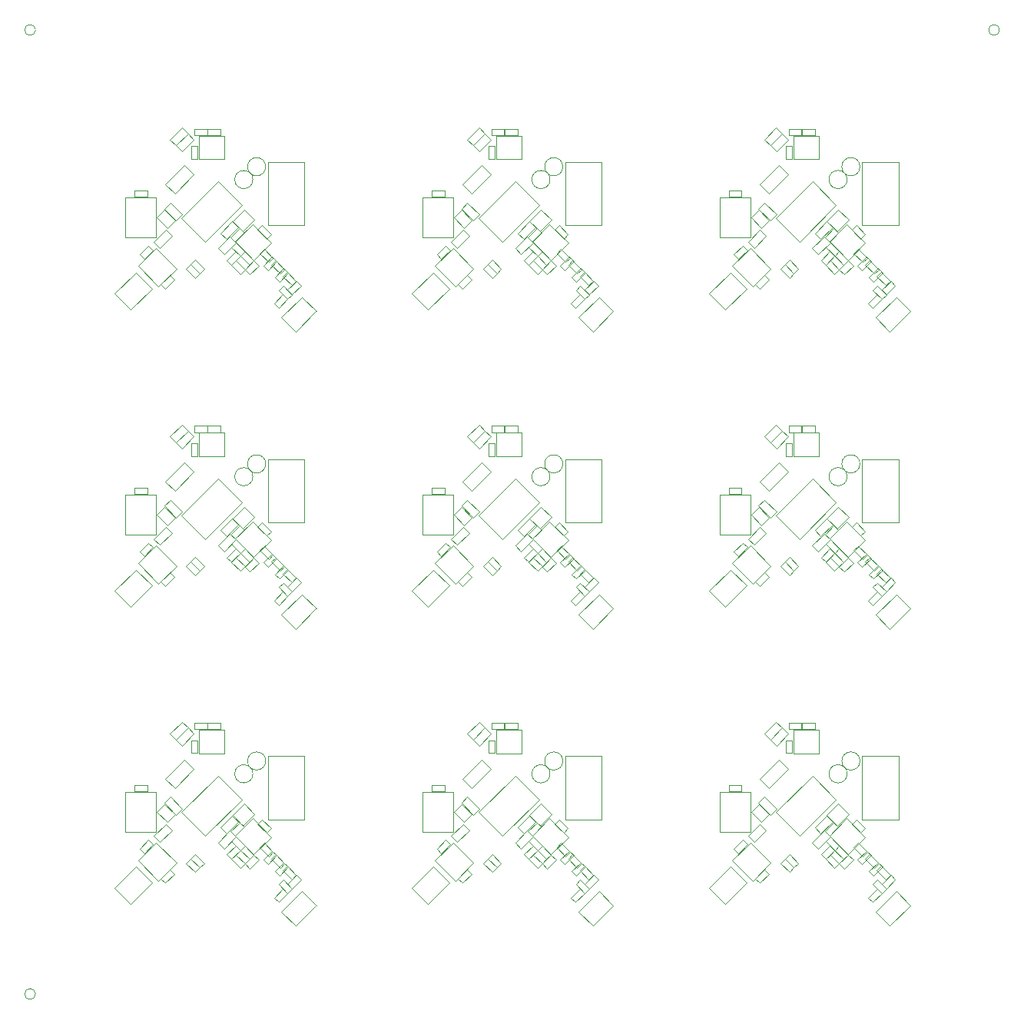
<source format=gbr>
%TF.GenerationSoftware,KiCad,Pcbnew,9.0.0-rc2-3baa6cd791~182~ubuntu24.04.1*%
%TF.CreationDate,2025-01-30T23:50:26-05:00*%
%TF.ProjectId,PCA20073_nRF54L15_Tiny_Board,50434132-3030-4373-935f-6e524635344c,rev?*%
%TF.SameCoordinates,Original*%
%TF.FileFunction,Other,User*%
%FSLAX46Y46*%
G04 Gerber Fmt 4.6, Leading zero omitted, Abs format (unit mm)*
G04 Created by KiCad (PCBNEW 9.0.0-rc2-3baa6cd791~182~ubuntu24.04.1) date 2025-01-30 23:50:26*
%MOMM*%
%LPD*%
G01*
G04 APERTURE LIST*
%ADD10C,0.050000*%
G04 APERTURE END LIST*
D10*
%TO.C,C4*%
X140198567Y-49758109D02*
X141188516Y-48768160D01*
X140693542Y-50253084D02*
X140198567Y-49758109D01*
X141188516Y-48768160D02*
X141683491Y-49263135D01*
X141683491Y-49263135D02*
X140693542Y-50253084D01*
%TO.C,U2*%
X140014719Y-116528376D02*
X142277460Y-118791117D01*
X141994618Y-114548477D02*
X140014719Y-116528376D01*
X141994618Y-114548477D02*
X144257359Y-116811218D01*
X142277460Y-118791117D02*
X144257359Y-116811218D01*
%TO.C,L2*%
X186163130Y-82358354D02*
X186658105Y-81863379D01*
X186658105Y-81863379D02*
X187648054Y-82853328D01*
X187153079Y-83348303D02*
X186163130Y-82358354D01*
X187648054Y-82853328D02*
X187153079Y-83348303D01*
%TO.C,AE1*%
X155839769Y-122199372D02*
X158102510Y-119936631D01*
X157395404Y-123755007D02*
X155839769Y-122199372D01*
X158102510Y-119936631D02*
X159658145Y-121492266D01*
X159640468Y-121509943D02*
X157395404Y-123755007D01*
%TO.C,Q1*%
X174849422Y-45692246D02*
X175697950Y-44843718D01*
X175697950Y-44843718D02*
X176829320Y-45975088D01*
X175980792Y-46823616D02*
X174849422Y-45692246D01*
X176829320Y-45975088D02*
X175980792Y-46823616D01*
%TO.C,C4*%
X107449830Y-49758109D02*
X108439779Y-48768160D01*
X107944805Y-50253084D02*
X107449830Y-49758109D01*
X108439779Y-48768160D02*
X108934754Y-49263135D01*
X108934754Y-49263135D02*
X107944805Y-50253084D01*
%TO.C,L1*%
X116086291Y-81823640D02*
X117401509Y-80508422D01*
X116750971Y-82488320D02*
X116086291Y-81823640D01*
X117401509Y-80508422D02*
X118066189Y-81173102D01*
X118066189Y-81173102D02*
X116750971Y-82488320D01*
%TO.C,L3*%
X154687185Y-83631147D02*
X155182160Y-83136172D01*
X155182160Y-83136172D02*
X156172109Y-84126121D01*
X155677134Y-84621096D02*
X154687185Y-83631147D01*
X156172109Y-84126121D02*
X155677134Y-84621096D01*
%TO.C,L18*%
X122779905Y-119172955D02*
X123274880Y-118677980D01*
X123274880Y-118677980D02*
X124264829Y-119667929D01*
X123769854Y-120162904D02*
X122779905Y-119172955D01*
X124264829Y-119667929D02*
X123769854Y-120162904D01*
%TO.C,TP1*%
X119933244Y-106982434D02*
G75*
G02*
X117933244Y-106982434I-1000000J0D01*
G01*
X117933244Y-106982434D02*
G75*
G02*
X119933244Y-106982434I1000000J0D01*
G01*
%TO.C,MK1*%
X174783170Y-47893761D02*
X171383170Y-47893761D01*
X171383170Y-43493763D01*
X174783170Y-43493763D01*
X174783170Y-47893761D01*
%TO.C,R2*%
X112576354Y-116832432D02*
X113071329Y-116337457D01*
X113071329Y-116337457D02*
X114061278Y-117327406D01*
X113566303Y-117822381D02*
X112576354Y-116832432D01*
X114061278Y-117327406D02*
X113566303Y-117822381D01*
%TO.C,L7*%
X122263717Y-55139192D02*
X123253666Y-54149243D01*
X122758692Y-55634167D02*
X122263717Y-55139192D01*
X123253666Y-54149243D02*
X123748641Y-54644218D01*
X123748641Y-54644218D02*
X122758692Y-55634167D01*
%TO.C,L2*%
X120665656Y-49609617D02*
X121160631Y-49114642D01*
X121160631Y-49114642D02*
X122150580Y-50104591D01*
X121655605Y-50599566D02*
X120665656Y-49609617D01*
X122150580Y-50104591D02*
X121655605Y-50599566D01*
%TO.C,JP3*%
X143543182Y-69814280D02*
X144858400Y-68499062D01*
X144207862Y-70478960D02*
X143543182Y-69814280D01*
X144858400Y-68499062D02*
X145523080Y-69163742D01*
X145523080Y-69163742D02*
X144207862Y-70478960D01*
%TO.C,R1*%
X175662594Y-110192699D02*
X176327274Y-109528019D01*
X176327274Y-109528019D02*
X177642492Y-110843237D01*
X176977812Y-111507917D02*
X175662594Y-110192699D01*
X177642492Y-110843237D02*
X176977812Y-111507917D01*
%TO.C,L1*%
X181583765Y-49074903D02*
X182898983Y-47759685D01*
X182248445Y-49739583D02*
X181583765Y-49074903D01*
X182898983Y-47759685D02*
X183563663Y-48424365D01*
X183563663Y-48424365D02*
X182248445Y-49739583D01*
%TO.C,FB1*%
X149803764Y-50383050D02*
X150793713Y-49393101D01*
X150298739Y-50878025D02*
X149803764Y-50383050D01*
X150793713Y-49393101D02*
X151288688Y-49888076D01*
X151288688Y-49888076D02*
X150298739Y-50878025D01*
%TO.C,C17*%
X113488557Y-68629894D02*
X114888557Y-68629894D01*
X113488557Y-69329894D02*
X113488557Y-68629894D01*
X114888557Y-68629894D02*
X114888557Y-69329894D01*
X114888557Y-69329894D02*
X113488557Y-69329894D01*
%TO.C,C10*%
X149122255Y-112893847D02*
X150409189Y-111606913D01*
X149772793Y-113544385D02*
X149122255Y-112893847D01*
X150409189Y-111606913D02*
X151059727Y-112257451D01*
X151059727Y-112257451D02*
X149772793Y-113544385D01*
%TO.C,C12*%
X118059119Y-50397193D02*
X118554094Y-49902218D01*
X118554094Y-49902218D02*
X119544043Y-50892167D01*
X119049068Y-51387142D02*
X118059119Y-50397193D01*
X119544043Y-50892167D02*
X119049068Y-51387142D01*
%TO.C,R4*%
X141775415Y-48350967D02*
X143090633Y-47035749D01*
X142440095Y-49015647D02*
X141775415Y-48350967D01*
X143090633Y-47035749D02*
X143755313Y-47700429D01*
X143755313Y-47700429D02*
X142440095Y-49015647D01*
%TO.C,Y1*%
X183182306Y-111560583D02*
X184313677Y-112691954D01*
X184313677Y-112691954D02*
X185586470Y-111419161D01*
X184455099Y-110287790D02*
X183182306Y-111560583D01*
X185586470Y-111419161D02*
X184455099Y-110287790D01*
%TO.C,C2*%
X183061618Y-50892168D02*
X183556593Y-50397193D01*
X183556593Y-50397193D02*
X184546542Y-51387142D01*
X184051567Y-51882117D02*
X183061618Y-50892168D01*
X184546542Y-51387142D02*
X184051567Y-51882117D01*
%TO.C,J1*%
X154348886Y-39540595D02*
X158348886Y-39540595D01*
X154348886Y-46540595D02*
X154348886Y-39540595D01*
X158348886Y-39540595D02*
X158348886Y-46540595D01*
X158348886Y-46540595D02*
X154348886Y-46540595D01*
%TO.C,D1*%
X143048207Y-107512764D02*
X145141243Y-105419728D01*
X144080583Y-108545140D02*
X143048207Y-107512764D01*
X145141243Y-105419728D02*
X146173619Y-106452104D01*
X146173619Y-106452104D02*
X144080583Y-108545140D01*
%TO.C,C9*%
X155097307Y-84988791D02*
X156087256Y-83998842D01*
X155592282Y-85483766D02*
X155097307Y-84988791D01*
X156087256Y-83998842D02*
X156582231Y-84493817D01*
X156582231Y-84493817D02*
X155592282Y-85483766D01*
%TO.C,TP1*%
X119933244Y-74233697D02*
G75*
G02*
X117933244Y-74233697I-1000000J0D01*
G01*
X117933244Y-74233697D02*
G75*
G02*
X119933244Y-74233697I1000000J0D01*
G01*
%TO.C,R3*%
X113071329Y-83588720D02*
X113566304Y-83093745D01*
X113566304Y-83093745D02*
X114556253Y-84083694D01*
X114061278Y-84578669D02*
X113071329Y-83588720D01*
X114556253Y-84083694D02*
X114061278Y-84578669D01*
%TO.C,C6*%
X186573252Y-83715999D02*
X187563201Y-82726050D01*
X187068227Y-84210974D02*
X186573252Y-83715999D01*
X187563201Y-82726050D02*
X188058176Y-83221025D01*
X188058176Y-83221025D02*
X187068227Y-84210974D01*
%TO.C,FB1*%
X182552501Y-115880524D02*
X183542450Y-114890575D01*
X183047476Y-116375499D02*
X182552501Y-115880524D01*
X183542450Y-114890575D02*
X184037425Y-115385550D01*
X184037425Y-115385550D02*
X183047476Y-116375499D01*
%TO.C,L4*%
X188708714Y-84903939D02*
X189203689Y-84408964D01*
X189203689Y-84408964D02*
X190193638Y-85398913D01*
X189698663Y-85893888D02*
X188708714Y-84903939D01*
X190193638Y-85398913D02*
X189698663Y-85893888D01*
%TO.C,C2*%
X150312881Y-50892168D02*
X150807856Y-50397193D01*
X150807856Y-50397193D02*
X151797805Y-51387142D01*
X151302830Y-51882117D02*
X150312881Y-50892168D01*
X151797805Y-51387142D02*
X151302830Y-51882117D01*
%TO.C,U3*%
X116797710Y-104746900D02*
X113997710Y-104746900D01*
X113997710Y-102146900D01*
X116797710Y-102146900D01*
X116797710Y-104746900D01*
%TO.C,C10*%
X116373518Y-112893847D02*
X117660452Y-111606913D01*
X117024056Y-113544385D02*
X116373518Y-112893847D01*
X117660452Y-111606913D02*
X118310990Y-112257451D01*
X118310990Y-112257451D02*
X117024056Y-113544385D01*
%TO.C,C16*%
X178650138Y-70563849D02*
X179350138Y-70563849D01*
X178650138Y-71963849D02*
X178650138Y-70563849D01*
X179350138Y-70563849D02*
X179350138Y-71963849D01*
X179350138Y-71963849D02*
X178650138Y-71963849D01*
%TO.C,U1*%
X150723851Y-81063641D02*
X152633039Y-79154453D01*
X152633039Y-79154453D02*
X154683649Y-81205063D01*
X152774461Y-83114251D02*
X150723851Y-81063641D01*
X154683649Y-81205063D02*
X152774461Y-83114251D01*
%TO.C,L2*%
X153414393Y-82358354D02*
X153909368Y-81863379D01*
X153909368Y-81863379D02*
X154899317Y-82853328D01*
X154404342Y-83348303D02*
X153414393Y-82358354D01*
X154899317Y-82853328D02*
X154404342Y-83348303D01*
%TO.C,C11*%
X117479291Y-47837466D02*
X118469240Y-46847517D01*
X117974266Y-48332441D02*
X117479291Y-47837466D01*
X118469240Y-46847517D02*
X118964215Y-47342492D01*
X118964215Y-47342492D02*
X117974266Y-48332441D01*
%TO.C,C12*%
X118059119Y-115894667D02*
X118554094Y-115399692D01*
X118554094Y-115399692D02*
X119544043Y-116389641D01*
X119049068Y-116884616D02*
X118059119Y-115894667D01*
X119544043Y-116389641D02*
X119049068Y-116884616D01*
%TO.C,R1*%
X142913857Y-44695225D02*
X143578537Y-44030545D01*
X143578537Y-44030545D02*
X144893755Y-45345763D01*
X144229075Y-46010443D02*
X142913857Y-44695225D01*
X144893755Y-45345763D02*
X144229075Y-46010443D01*
%TO.C,R2*%
X145325091Y-51334958D02*
X145820066Y-50839983D01*
X145820066Y-50839983D02*
X146810015Y-51829932D01*
X146315040Y-52324907D02*
X145325091Y-51334958D01*
X146810015Y-51829932D02*
X146315040Y-52324907D01*
%TO.C,C15*%
X180463885Y-101385702D02*
X181863885Y-101385702D01*
X180463885Y-102085702D02*
X180463885Y-101385702D01*
X181863885Y-101385702D02*
X181863885Y-102085702D01*
X181863885Y-102085702D02*
X180463885Y-102085702D01*
%TO.C,U3*%
X149546447Y-39249426D02*
X146746447Y-39249426D01*
X146746447Y-36649426D01*
X149546447Y-36649426D01*
X149546447Y-39249426D01*
%TO.C,R1*%
X110165120Y-110192699D02*
X110829800Y-109528019D01*
X110829800Y-109528019D02*
X112145018Y-110843237D01*
X111480338Y-111507917D02*
X110165120Y-110192699D01*
X112145018Y-110843237D02*
X111480338Y-111507917D01*
%TO.C,L3*%
X187435922Y-83631147D02*
X187930897Y-83136172D01*
X187930897Y-83136172D02*
X188920846Y-84126121D01*
X188425871Y-84621096D02*
X187435922Y-83631147D01*
X188920846Y-84126121D02*
X188425871Y-84621096D01*
%TO.C,C17*%
X113488557Y-101378631D02*
X114888557Y-101378631D01*
X113488557Y-102078631D02*
X113488557Y-101378631D01*
X114888557Y-101378631D02*
X114888557Y-102078631D01*
X114888557Y-102078631D02*
X113488557Y-102078631D01*
%TO.C,C16*%
X145901401Y-70563849D02*
X146601401Y-70563849D01*
X145901401Y-71963849D02*
X145901401Y-70563849D01*
X146601401Y-70563849D02*
X146601401Y-71963849D01*
X146601401Y-71963849D02*
X145901401Y-71963849D01*
%TO.C,C12*%
X118059119Y-83145930D02*
X118554094Y-82650955D01*
X118554094Y-82650955D02*
X119544043Y-83640904D01*
X119049068Y-84135879D02*
X118059119Y-83145930D01*
X119544043Y-83640904D02*
X119049068Y-84135879D01*
%TO.C,R3*%
X145820066Y-116337457D02*
X146315041Y-115842482D01*
X146315041Y-115842482D02*
X147304990Y-116832431D01*
X146810015Y-117327406D02*
X145820066Y-116337457D01*
X147304990Y-116832431D02*
X146810015Y-117327406D01*
%TO.C,AE1*%
X188588506Y-122199372D02*
X190851247Y-119936631D01*
X190144141Y-123755007D02*
X188588506Y-122199372D01*
X190851247Y-119936631D02*
X192406882Y-121492266D01*
X192389205Y-121509943D02*
X190144141Y-123755007D01*
%TO.C,JP1*%
X137469134Y-119568936D02*
X139236901Y-121336703D01*
X137469134Y-119568936D02*
X139802587Y-117235483D01*
X141570354Y-119003250D02*
X139236901Y-121336703D01*
X141570354Y-119003250D02*
X139802587Y-117235483D01*
%TO.C,R3*%
X178568803Y-83588720D02*
X179063778Y-83093745D01*
X179063778Y-83093745D02*
X180053727Y-84083694D01*
X179558752Y-84578669D02*
X178568803Y-83588720D01*
X180053727Y-84083694D02*
X179558752Y-84578669D01*
%TO.C,JP1*%
X104720397Y-119568936D02*
X106488164Y-121336703D01*
X104720397Y-119568936D02*
X107053850Y-117235483D01*
X108821617Y-119003250D02*
X106488164Y-121336703D01*
X108821617Y-119003250D02*
X107053850Y-117235483D01*
%TO.C,FB1*%
X149803764Y-83131787D02*
X150793713Y-82141838D01*
X150298739Y-83626762D02*
X149803764Y-83131787D01*
X150793713Y-82141838D02*
X151288688Y-82636813D01*
X151288688Y-82636813D02*
X150298739Y-83626762D01*
%TO.C,C4*%
X107449830Y-115255583D02*
X108439779Y-114265634D01*
X107944805Y-115750558D02*
X107449830Y-115255583D01*
X108439779Y-114265634D02*
X108934754Y-114760609D01*
X108934754Y-114760609D02*
X107944805Y-115750558D01*
%TO.C,U3*%
X182295184Y-104746900D02*
X179495184Y-104746900D01*
X179495184Y-102146900D01*
X182295184Y-102146900D01*
X182295184Y-104746900D01*
%TO.C,JP3*%
X176291919Y-102563017D02*
X177607137Y-101247799D01*
X176956599Y-103227697D02*
X176291919Y-102563017D01*
X177607137Y-101247799D02*
X178271817Y-101912479D01*
X178271817Y-101912479D02*
X176956599Y-103227697D01*
%TO.C,C1*%
X117571215Y-114416814D02*
X118066190Y-113921839D01*
X118066190Y-113921839D02*
X119056139Y-114911788D01*
X118561164Y-115406763D02*
X117571215Y-114416814D01*
X119056139Y-114911788D02*
X118561164Y-115406763D01*
%TO.C,C15*%
X180463885Y-35888228D02*
X181863885Y-35888228D01*
X180463885Y-36588228D02*
X180463885Y-35888228D01*
X181863885Y-35888228D02*
X181863885Y-36588228D01*
X181863885Y-36588228D02*
X180463885Y-36588228D01*
%TO.C,AE1*%
X123091032Y-122199372D02*
X125353773Y-119936631D01*
X124646667Y-123755007D02*
X123091032Y-122199372D01*
X125353773Y-119936631D02*
X126909408Y-121492266D01*
X126891731Y-121509943D02*
X124646667Y-123755007D01*
%TO.C,C6*%
X186573252Y-50967262D02*
X187563201Y-49977313D01*
X187068227Y-51462237D02*
X186573252Y-50967262D01*
X187563201Y-49977313D02*
X188058176Y-50472288D01*
X188058176Y-50472288D02*
X187068227Y-51462237D01*
%TO.C,C1*%
X150319952Y-81668077D02*
X150814927Y-81173102D01*
X150814927Y-81173102D02*
X151804876Y-82163051D01*
X151309901Y-82658026D02*
X150319952Y-81668077D01*
X151804876Y-82163051D02*
X151309901Y-82658026D01*
%TO.C,C16*%
X113152664Y-103312586D02*
X113852664Y-103312586D01*
X113152664Y-104712586D02*
X113152664Y-103312586D01*
X113852664Y-103312586D02*
X113852664Y-104712586D01*
X113852664Y-104712586D02*
X113152664Y-104712586D01*
%TO.C,JP2*%
X144207863Y-37730223D02*
X145523081Y-36415005D01*
X144872543Y-38394903D02*
X144207863Y-37730223D01*
X145523081Y-36415005D02*
X146187761Y-37079685D01*
X146187761Y-37079685D02*
X144872543Y-38394903D01*
%TO.C,L1*%
X181583765Y-81823640D02*
X182898983Y-80508422D01*
X182248445Y-82488320D02*
X181583765Y-81823640D01*
X182898983Y-80508422D02*
X183563663Y-81173102D01*
X183563663Y-81173102D02*
X182248445Y-82488320D01*
%TO.C,C2*%
X183061618Y-116389642D02*
X183556593Y-115894667D01*
X183556593Y-115894667D02*
X184546542Y-116884616D01*
X184051567Y-117379591D02*
X183061618Y-116389642D01*
X184546542Y-116884616D02*
X184051567Y-117379591D01*
%TO.C,Y1*%
X183182306Y-78811846D02*
X184313677Y-79943217D01*
X184313677Y-79943217D02*
X185586470Y-78670424D01*
X184455099Y-77539053D02*
X183182306Y-78811846D01*
X185586470Y-78670424D02*
X184455099Y-77539053D01*
%TO.C,U3*%
X116797710Y-39249426D02*
X113997710Y-39249426D01*
X113997710Y-36649426D01*
X116797710Y-36649426D01*
X116797710Y-39249426D01*
%TO.C,SW1*%
X144823045Y-78476338D02*
X148853554Y-74445829D01*
X147439340Y-81092633D02*
X144823045Y-78476338D01*
X148853554Y-74445829D02*
X151469849Y-77062124D01*
X151469849Y-77062124D02*
X147439340Y-81092633D01*
%TO.C,C4*%
X140198567Y-82506846D02*
X141188516Y-81516897D01*
X140693542Y-83001821D02*
X140198567Y-82506846D01*
X141188516Y-81516897D02*
X141683491Y-82011872D01*
X141683491Y-82011872D02*
X140693542Y-83001821D01*
%TO.C,C8*%
X120439977Y-79755606D02*
X120934952Y-79260631D01*
X120934952Y-79260631D02*
X121924901Y-80250580D01*
X121429926Y-80745555D02*
X120439977Y-79755606D01*
X121924901Y-80250580D02*
X121429926Y-80745555D01*
%TO.C,C12*%
X183556593Y-50397193D02*
X184051568Y-49902218D01*
X184051568Y-49902218D02*
X185041517Y-50892167D01*
X184546542Y-51387142D02*
X183556593Y-50397193D01*
X185041517Y-50892167D02*
X184546542Y-51387142D01*
%TO.C,C2*%
X150312881Y-116389642D02*
X150807856Y-115894667D01*
X150807856Y-115894667D02*
X151797805Y-116884616D01*
X151302830Y-117379591D02*
X150312881Y-116389642D01*
X151797805Y-116884616D02*
X151302830Y-117379591D01*
%TO.C,C20*%
X106905393Y-108202211D02*
X108305393Y-108202211D01*
X106905393Y-108902211D02*
X106905393Y-108202211D01*
X108305393Y-108202211D02*
X108305393Y-108902211D01*
X108305393Y-108902211D02*
X106905393Y-108902211D01*
%TO.C,C4*%
X172947304Y-115255583D02*
X173937253Y-114265634D01*
X173442279Y-115750558D02*
X172947304Y-115255583D01*
X173937253Y-114265634D02*
X174432228Y-114760609D01*
X174432228Y-114760609D02*
X173442279Y-115750558D01*
%TO.C,D1*%
X143048207Y-42015290D02*
X145141243Y-39922254D01*
X144080583Y-43047666D02*
X143048207Y-42015290D01*
X145141243Y-39922254D02*
X146173619Y-40954630D01*
X146173619Y-40954630D02*
X144080583Y-43047666D01*
%TO.C,AE1*%
X123091032Y-89450635D02*
X125353773Y-87187894D01*
X124646667Y-91006270D02*
X123091032Y-89450635D01*
X125353773Y-87187894D02*
X126909408Y-88743529D01*
X126891731Y-88761206D02*
X124646667Y-91006270D01*
%TO.C,C12*%
X150807856Y-83145930D02*
X151302831Y-82650955D01*
X151302831Y-82650955D02*
X152292780Y-83640904D01*
X151797805Y-84135879D02*
X150807856Y-83145930D01*
X152292780Y-83640904D02*
X151797805Y-84135879D01*
%TO.C,C5*%
X118561165Y-49909289D02*
X119056140Y-49414314D01*
X119056140Y-49414314D02*
X120046089Y-50404263D01*
X119551114Y-50899238D02*
X118561165Y-49909289D01*
X120046089Y-50404263D02*
X119551114Y-50899238D01*
%TO.C,JP3*%
X176291919Y-37065543D02*
X177607137Y-35750325D01*
X176956599Y-37730223D02*
X176291919Y-37065543D01*
X177607137Y-35750325D02*
X178271817Y-36415005D01*
X178271817Y-36415005D02*
X176956599Y-37730223D01*
%TO.C,L6*%
X156504449Y-119144670D02*
X157494398Y-118154721D01*
X156999424Y-119639645D02*
X156504449Y-119144670D01*
X157494398Y-118154721D02*
X157989373Y-118649696D01*
X157989373Y-118649696D02*
X156999424Y-119639645D01*
%TO.C,L7*%
X187761191Y-87887929D02*
X188751140Y-86897980D01*
X188256166Y-88382904D02*
X187761191Y-87887929D01*
X188751140Y-86897980D02*
X189246115Y-87392955D01*
X189246115Y-87392955D02*
X188256166Y-88382904D01*
%TO.C,Y2*%
X120611774Y-116467423D02*
X119621825Y-117457372D01*
X119056140Y-116891687D01*
X120046089Y-115901738D01*
X120611774Y-116467423D01*
%TO.C,L4*%
X188708714Y-117652676D02*
X189203689Y-117157701D01*
X189203689Y-117157701D02*
X190193638Y-118147650D01*
X189698663Y-118642625D02*
X188708714Y-117652676D01*
X190193638Y-118147650D02*
X189698663Y-118642625D01*
%TO.C,C15*%
X114966411Y-68636965D02*
X116366411Y-68636965D01*
X114966411Y-69336965D02*
X114966411Y-68636965D01*
X116366411Y-68636965D02*
X116366411Y-69336965D01*
X116366411Y-69336965D02*
X114966411Y-69336965D01*
%TO.C,R4*%
X109026678Y-81099704D02*
X110341896Y-79784486D01*
X109691358Y-81764384D02*
X109026678Y-81099704D01*
X110341896Y-79784486D02*
X111006576Y-80449166D01*
X111006576Y-80449166D02*
X109691358Y-81764384D01*
%TO.C,R3*%
X145820066Y-83588720D02*
X146315041Y-83093745D01*
X146315041Y-83093745D02*
X147304990Y-84083694D01*
X146810015Y-84578669D02*
X145820066Y-83588720D01*
X147304990Y-84083694D02*
X146810015Y-84578669D01*
%TO.C,C10*%
X181870992Y-80145110D02*
X183157926Y-78858176D01*
X182521530Y-80795648D02*
X181870992Y-80145110D01*
X183157926Y-78858176D02*
X183808464Y-79508714D01*
X183808464Y-79508714D02*
X182521530Y-80795648D01*
X116373518Y-80145110D02*
X117660452Y-78858176D01*
X117024056Y-80795648D02*
X116373518Y-80145110D01*
X117660452Y-78858176D02*
X118310990Y-79508714D01*
X118310990Y-79508714D02*
X117024056Y-80795648D01*
%TO.C,C5*%
X151309902Y-82658026D02*
X151804877Y-82163051D01*
X151804877Y-82163051D02*
X152794826Y-83153000D01*
X152299851Y-83647975D02*
X151309902Y-82658026D01*
X152794826Y-83153000D02*
X152299851Y-83647975D01*
%TO.C,C6*%
X153824515Y-116464736D02*
X154814464Y-115474787D01*
X154319490Y-116959711D02*
X153824515Y-116464736D01*
X154814464Y-115474787D02*
X155309439Y-115969762D01*
X155309439Y-115969762D02*
X154319490Y-116959711D01*
%TO.C,D1*%
X175796944Y-74764027D02*
X177889980Y-72670991D01*
X176829320Y-75796403D02*
X175796944Y-74764027D01*
X177889980Y-72670991D02*
X178922356Y-73703367D01*
X178922356Y-73703367D02*
X176829320Y-75796403D01*
%TO.C,L2*%
X186163130Y-115107091D02*
X186658105Y-114612116D01*
X186658105Y-114612116D02*
X187648054Y-115602065D01*
X187153079Y-116097040D02*
X186163130Y-115107091D01*
X187648054Y-115602065D02*
X187153079Y-116097040D01*
%TO.C,U3*%
X116797710Y-71998163D02*
X113997710Y-71998163D01*
X113997710Y-69398163D01*
X116797710Y-69398163D01*
X116797710Y-71998163D01*
%TO.C,C1*%
X117571215Y-81668077D02*
X118066190Y-81173102D01*
X118066190Y-81173102D02*
X119056139Y-82163051D01*
X118561164Y-82658026D02*
X117571215Y-81668077D01*
X119056139Y-82163051D02*
X118561164Y-82658026D01*
%TO.C,C8*%
X153188714Y-79755606D02*
X153683689Y-79260631D01*
X153683689Y-79260631D02*
X154673638Y-80250580D01*
X154178663Y-80745555D02*
X153188714Y-79755606D01*
X154673638Y-80250580D02*
X154178663Y-80745555D01*
%TO.C,C3*%
X109797425Y-118522416D02*
X110787374Y-117532467D01*
X110292400Y-119017391D02*
X109797425Y-118522416D01*
X110787374Y-117532467D02*
X111282349Y-118027442D01*
X111282349Y-118027442D02*
X110292400Y-119017391D01*
%TO.C,TP1*%
X152681981Y-106982434D02*
G75*
G02*
X150681981Y-106982434I-1000000J0D01*
G01*
X150681981Y-106982434D02*
G75*
G02*
X152681981Y-106982434I1000000J0D01*
G01*
%TO.C,J1*%
X187097623Y-72289332D02*
X191097623Y-72289332D01*
X187097623Y-79289332D02*
X187097623Y-72289332D01*
X191097623Y-72289332D02*
X191097623Y-79289332D01*
X191097623Y-79289332D02*
X187097623Y-79289332D01*
%TO.C,L1*%
X148835028Y-81823640D02*
X150150246Y-80508422D01*
X149499708Y-82488320D02*
X148835028Y-81823640D01*
X150150246Y-80508422D02*
X150814926Y-81173102D01*
X150814926Y-81173102D02*
X149499708Y-82488320D01*
%TO.C,Y1*%
X150433569Y-78811846D02*
X151564940Y-79943217D01*
X151564940Y-79943217D02*
X152837733Y-78670424D01*
X151706362Y-77539053D02*
X150433569Y-78811846D01*
X152837733Y-78670424D02*
X151706362Y-77539053D01*
%TO.C,C2*%
X150312881Y-83640905D02*
X150807856Y-83145930D01*
X150807856Y-83145930D02*
X151797805Y-84135879D01*
X151302830Y-84630854D02*
X150312881Y-83640905D01*
X151797805Y-84135879D02*
X151302830Y-84630854D01*
%TO.C,TP1*%
X185430718Y-106982434D02*
G75*
G02*
X183430718Y-106982434I-1000000J0D01*
G01*
X183430718Y-106982434D02*
G75*
G02*
X185430718Y-106982434I1000000J0D01*
G01*
%TO.C,C9*%
X122348570Y-117737528D02*
X123338519Y-116747579D01*
X122843545Y-118232503D02*
X122348570Y-117737528D01*
X123338519Y-116747579D02*
X123833494Y-117242554D01*
X123833494Y-117242554D02*
X122843545Y-118232503D01*
%TO.C,C2*%
X117564144Y-116389642D02*
X118059119Y-115894667D01*
X118059119Y-115894667D02*
X119049068Y-116884616D01*
X118554093Y-117379591D02*
X117564144Y-116389642D01*
X119049068Y-116884616D02*
X118554093Y-117379591D01*
%TO.C,U1*%
X183472588Y-81063641D02*
X185381776Y-79154453D01*
X185381776Y-79154453D02*
X187432386Y-81205063D01*
X185523198Y-83114251D02*
X183472588Y-81063641D01*
X187432386Y-81205063D02*
X185523198Y-83114251D01*
%TO.C,J1*%
X121600149Y-105038069D02*
X125600149Y-105038069D01*
X121600149Y-112038069D02*
X121600149Y-105038069D01*
X125600149Y-105038069D02*
X125600149Y-112038069D01*
X125600149Y-112038069D02*
X121600149Y-112038069D01*
%TO.C,U3*%
X149546447Y-71998163D02*
X146746447Y-71998163D01*
X146746447Y-69398163D01*
X149546447Y-69398163D01*
X149546447Y-71998163D01*
%TO.C,C16*%
X145901401Y-37815112D02*
X146601401Y-37815112D01*
X145901401Y-39215112D02*
X145901401Y-37815112D01*
X146601401Y-37815112D02*
X146601401Y-39215112D01*
X146601401Y-39215112D02*
X145901401Y-39215112D01*
%TO.C,C3*%
X175294899Y-118522416D02*
X176284848Y-117532467D01*
X175789874Y-119017391D02*
X175294899Y-118522416D01*
X176284848Y-117532467D02*
X176779823Y-118027442D01*
X176779823Y-118027442D02*
X175789874Y-119017391D01*
%TO.C,L18*%
X122779905Y-86424218D02*
X123274880Y-85929243D01*
X123274880Y-85929243D02*
X124264829Y-86919192D01*
X123769854Y-87414167D02*
X122779905Y-86424218D01*
X124264829Y-86919192D02*
X123769854Y-87414167D01*
X188277379Y-119172955D02*
X188772354Y-118677980D01*
X188772354Y-118677980D02*
X189762303Y-119667929D01*
X189267328Y-120162904D02*
X188277379Y-119172955D01*
X189762303Y-119667929D02*
X189267328Y-120162904D01*
%TO.C,JP2*%
X176956600Y-103227697D02*
X178271818Y-101912479D01*
X177621280Y-103892377D02*
X176956600Y-103227697D01*
X178271818Y-101912479D02*
X178936498Y-102577159D01*
X178936498Y-102577159D02*
X177621280Y-103892377D01*
%TO.C,TP2*%
X186844932Y-72819484D02*
G75*
G02*
X184844932Y-72819484I-1000000J0D01*
G01*
X184844932Y-72819484D02*
G75*
G02*
X186844932Y-72819484I1000000J0D01*
G01*
%TO.C,Y1*%
X117684832Y-46063109D02*
X118816203Y-47194480D01*
X118816203Y-47194480D02*
X120088996Y-45921687D01*
X118957625Y-44790316D02*
X117684832Y-46063109D01*
X120088996Y-45921687D02*
X118957625Y-44790316D01*
%TO.C,C20*%
X172402867Y-75453474D02*
X173802867Y-75453474D01*
X172402867Y-76153474D02*
X172402867Y-75453474D01*
X173802867Y-75453474D02*
X173802867Y-76153474D01*
X173802867Y-76153474D02*
X172402867Y-76153474D01*
%TO.C,L6*%
X189253186Y-119144670D02*
X190243135Y-118154721D01*
X189748161Y-119639645D02*
X189253186Y-119144670D01*
X190243135Y-118154721D02*
X190738110Y-118649696D01*
X190738110Y-118649696D02*
X189748161Y-119639645D01*
%TO.C,C16*%
X113152664Y-70563849D02*
X113852664Y-70563849D01*
X113152664Y-71963849D02*
X113152664Y-70563849D01*
X113852664Y-70563849D02*
X113852664Y-71963849D01*
X113852664Y-71963849D02*
X113152664Y-71963849D01*
%TO.C,C3*%
X109797425Y-53024942D02*
X110787374Y-52034993D01*
X110292400Y-53519917D02*
X109797425Y-53024942D01*
X110787374Y-52034993D02*
X111282349Y-52529968D01*
X111282349Y-52529968D02*
X110292400Y-53519917D01*
%TO.C,L3*%
X121938448Y-83631147D02*
X122433423Y-83136172D01*
X122433423Y-83136172D02*
X123423372Y-84126121D01*
X122928397Y-84621096D02*
X121938448Y-83631147D01*
X123423372Y-84126121D02*
X122928397Y-84621096D01*
%TO.C,TP1*%
X152681981Y-74233697D02*
G75*
G02*
X150681981Y-74233697I-1000000J0D01*
G01*
X150681981Y-74233697D02*
G75*
G02*
X152681981Y-74233697I1000000J0D01*
G01*
%TO.C,SW1*%
X112074308Y-45727601D02*
X116104817Y-41697092D01*
X114690603Y-48343896D02*
X112074308Y-45727601D01*
X116104817Y-41697092D02*
X118721112Y-44313387D01*
X118721112Y-44313387D02*
X114690603Y-48343896D01*
%TO.C,C15*%
X114966411Y-101385702D02*
X116366411Y-101385702D01*
X114966411Y-102085702D02*
X114966411Y-101385702D01*
X116366411Y-101385702D02*
X116366411Y-102085702D01*
X116366411Y-102085702D02*
X114966411Y-102085702D01*
%TO.C,JP1*%
X137469134Y-54071462D02*
X139236901Y-55839229D01*
X137469134Y-54071462D02*
X139802587Y-51738009D01*
X141570354Y-53505776D02*
X139236901Y-55839229D01*
X141570354Y-53505776D02*
X139802587Y-51738009D01*
%TO.C,SW1*%
X112074308Y-111225075D02*
X116104817Y-107194566D01*
X114690603Y-113841370D02*
X112074308Y-111225075D01*
X116104817Y-107194566D02*
X118721112Y-109810861D01*
X118721112Y-109810861D02*
X114690603Y-113841370D01*
%TO.C,C12*%
X183556593Y-115894667D02*
X184051568Y-115399692D01*
X184051568Y-115399692D02*
X185041517Y-116389641D01*
X184546542Y-116884616D02*
X183556593Y-115894667D01*
X185041517Y-116389641D02*
X184546542Y-116884616D01*
%TO.C,FB1*%
X117055027Y-83131787D02*
X118044976Y-82141838D01*
X117550002Y-83626762D02*
X117055027Y-83131787D01*
X118044976Y-82141838D02*
X118539951Y-82636813D01*
X118539951Y-82636813D02*
X117550002Y-83626762D01*
X149803764Y-115880524D02*
X150793713Y-114890575D01*
X150298739Y-116375499D02*
X149803764Y-115880524D01*
X150793713Y-114890575D02*
X151288688Y-115385550D01*
X151288688Y-115385550D02*
X150298739Y-116375499D01*
%TO.C,TP2*%
X186844932Y-105568221D02*
G75*
G02*
X184844932Y-105568221I-1000000J0D01*
G01*
X184844932Y-105568221D02*
G75*
G02*
X186844932Y-105568221I1000000J0D01*
G01*
X154096195Y-105568221D02*
G75*
G02*
X152096195Y-105568221I-1000000J0D01*
G01*
X152096195Y-105568221D02*
G75*
G02*
X154096195Y-105568221I1000000J0D01*
G01*
%TO.C,U2*%
X140014719Y-83779639D02*
X142277460Y-86042380D01*
X141994618Y-81799740D02*
X140014719Y-83779639D01*
X141994618Y-81799740D02*
X144257359Y-84062481D01*
X142277460Y-86042380D02*
X144257359Y-84062481D01*
%TO.C,D1*%
X110299470Y-74764027D02*
X112392506Y-72670991D01*
X111331846Y-75796403D02*
X110299470Y-74764027D01*
X112392506Y-72670991D02*
X113424882Y-73703367D01*
X113424882Y-73703367D02*
X111331846Y-75796403D01*
%TO.C,C3*%
X142546162Y-118522416D02*
X143536111Y-117532467D01*
X143041137Y-119017391D02*
X142546162Y-118522416D01*
X143536111Y-117532467D02*
X144031086Y-118027442D01*
X144031086Y-118027442D02*
X143041137Y-119017391D01*
%TO.C,C5*%
X151309902Y-49909289D02*
X151804877Y-49414314D01*
X151804877Y-49414314D02*
X152794826Y-50404263D01*
X152299851Y-50899238D02*
X151309902Y-49909289D01*
X152794826Y-50404263D02*
X152299851Y-50899238D01*
%TO.C,L7*%
X187761191Y-120636666D02*
X188751140Y-119646717D01*
X188256166Y-121131641D02*
X187761191Y-120636666D01*
X188751140Y-119646717D02*
X189246115Y-120141692D01*
X189246115Y-120141692D02*
X188256166Y-121131641D01*
%TO.C,R1*%
X110165120Y-77443962D02*
X110829800Y-76779282D01*
X110829800Y-76779282D02*
X112145018Y-78094500D01*
X111480338Y-78759180D02*
X110165120Y-77443962D01*
X112145018Y-78094500D02*
X111480338Y-78759180D01*
%TO.C,U3*%
X182295184Y-71998163D02*
X179495184Y-71998163D01*
X179495184Y-69398163D01*
X182295184Y-69398163D01*
X182295184Y-71998163D01*
%TO.C,JP2*%
X111459126Y-37730223D02*
X112774344Y-36415005D01*
X112123806Y-38394903D02*
X111459126Y-37730223D01*
X112774344Y-36415005D02*
X113439024Y-37079685D01*
X113439024Y-37079685D02*
X112123806Y-38394903D01*
%TO.C,C5*%
X118561165Y-115406763D02*
X119056140Y-114911788D01*
X119056140Y-114911788D02*
X120046089Y-115901737D01*
X119551114Y-116396712D02*
X118561165Y-115406763D01*
X120046089Y-115901737D02*
X119551114Y-116396712D01*
%TO.C,KiKit_FID_T_2*%
X202222785Y-25000000D02*
G75*
G02*
X201022785Y-25000000I-600000J0D01*
G01*
X201022785Y-25000000D02*
G75*
G02*
X202222785Y-25000000I600000J0D01*
G01*
%TO.C,JP3*%
X110794445Y-37065543D02*
X112109663Y-35750325D01*
X111459125Y-37730223D02*
X110794445Y-37065543D01*
X112109663Y-35750325D02*
X112774343Y-36415005D01*
X112774343Y-36415005D02*
X111459125Y-37730223D01*
%TO.C,C16*%
X178650138Y-37815112D02*
X179350138Y-37815112D01*
X178650138Y-39215112D02*
X178650138Y-37815112D01*
X179350138Y-37815112D02*
X179350138Y-39215112D01*
X179350138Y-39215112D02*
X178650138Y-39215112D01*
%TO.C,R1*%
X175662594Y-77443962D02*
X176327274Y-76779282D01*
X176327274Y-76779282D02*
X177642492Y-78094500D01*
X176977812Y-78759180D02*
X175662594Y-77443962D01*
X177642492Y-78094500D02*
X176977812Y-78759180D01*
%TO.C,AE1*%
X155839769Y-56701898D02*
X158102510Y-54439157D01*
X157395404Y-58257533D02*
X155839769Y-56701898D01*
X158102510Y-54439157D02*
X159658145Y-55994792D01*
X159640468Y-56012469D02*
X157395404Y-58257533D01*
%TO.C,R4*%
X141775415Y-81099704D02*
X143090633Y-79784486D01*
X142440095Y-81764384D02*
X141775415Y-81099704D01*
X143090633Y-79784486D02*
X143755313Y-80449166D01*
X143755313Y-80449166D02*
X142440095Y-81764384D01*
%TO.C,MK1*%
X174783170Y-80642498D02*
X171383170Y-80642498D01*
X171383170Y-76242500D01*
X174783170Y-76242500D01*
X174783170Y-80642498D01*
%TO.C,C17*%
X178986031Y-101378631D02*
X180386031Y-101378631D01*
X178986031Y-102078631D02*
X178986031Y-101378631D01*
X180386031Y-101378631D02*
X180386031Y-102078631D01*
X180386031Y-102078631D02*
X178986031Y-102078631D01*
%TO.C,KiKit_FID_T_3*%
X95977216Y-131245569D02*
G75*
G02*
X94777216Y-131245569I-600000J0D01*
G01*
X94777216Y-131245569D02*
G75*
G02*
X95977216Y-131245569I600000J0D01*
G01*
%TO.C,C9*%
X155097307Y-117737528D02*
X156087256Y-116747579D01*
X155592282Y-118232503D02*
X155097307Y-117737528D01*
X156087256Y-116747579D02*
X156582231Y-117242554D01*
X156582231Y-117242554D02*
X155592282Y-118232503D01*
%TO.C,Q1*%
X142100685Y-78440983D02*
X142949213Y-77592455D01*
X142949213Y-77592455D02*
X144080583Y-78723825D01*
X143232055Y-79572353D02*
X142100685Y-78440983D01*
X144080583Y-78723825D02*
X143232055Y-79572353D01*
%TO.C,L4*%
X155959977Y-84903939D02*
X156454952Y-84408964D01*
X156454952Y-84408964D02*
X157444901Y-85398913D01*
X156949926Y-85893888D02*
X155959977Y-84903939D01*
X157444901Y-85398913D02*
X156949926Y-85893888D01*
%TO.C,L7*%
X187761191Y-55139192D02*
X188751140Y-54149243D01*
X188256166Y-55634167D02*
X187761191Y-55139192D01*
X188751140Y-54149243D02*
X189246115Y-54644218D01*
X189246115Y-54644218D02*
X188256166Y-55634167D01*
%TO.C,TP2*%
X186844932Y-40070747D02*
G75*
G02*
X184844932Y-40070747I-1000000J0D01*
G01*
X184844932Y-40070747D02*
G75*
G02*
X186844932Y-40070747I1000000J0D01*
G01*
%TO.C,C11*%
X182976765Y-47837466D02*
X183966714Y-46847517D01*
X183471740Y-48332441D02*
X182976765Y-47837466D01*
X183966714Y-46847517D02*
X184461689Y-47342492D01*
X184461689Y-47342492D02*
X183471740Y-48332441D01*
%TO.C,Y2*%
X120611774Y-50969949D02*
X119621825Y-51959898D01*
X119056140Y-51394213D01*
X120046089Y-50404264D01*
X120611774Y-50969949D01*
%TO.C,R3*%
X178568803Y-116337457D02*
X179063778Y-115842482D01*
X179063778Y-115842482D02*
X180053727Y-116832431D01*
X179558752Y-117327406D02*
X178568803Y-116337457D01*
X180053727Y-116832431D02*
X179558752Y-117327406D01*
%TO.C,Q1*%
X142100685Y-111189720D02*
X142949213Y-110341192D01*
X142949213Y-110341192D02*
X144080583Y-111472562D01*
X143232055Y-112321090D02*
X142100685Y-111189720D01*
X144080583Y-111472562D02*
X143232055Y-112321090D01*
%TO.C,L1*%
X148835028Y-114572377D02*
X150150246Y-113257159D01*
X149499708Y-115237057D02*
X148835028Y-114572377D01*
X150150246Y-113257159D02*
X150814926Y-113921839D01*
X150814926Y-113921839D02*
X149499708Y-115237057D01*
%TO.C,C10*%
X181870992Y-47396373D02*
X183157926Y-46109439D01*
X182521530Y-48046911D02*
X181870992Y-47396373D01*
X183157926Y-46109439D02*
X183808464Y-46759977D01*
X183808464Y-46759977D02*
X182521530Y-48046911D01*
X149122255Y-80145110D02*
X150409189Y-78858176D01*
X149772793Y-80795648D02*
X149122255Y-80145110D01*
X150409189Y-78858176D02*
X151059727Y-79508714D01*
X151059727Y-79508714D02*
X149772793Y-80795648D01*
%TO.C,C1*%
X183068689Y-114416814D02*
X183563664Y-113921839D01*
X183563664Y-113921839D02*
X184553613Y-114911788D01*
X184058638Y-115406763D02*
X183068689Y-114416814D01*
X184553613Y-114911788D02*
X184058638Y-115406763D01*
%TO.C,U1*%
X183472588Y-48314904D02*
X185381776Y-46405716D01*
X185381776Y-46405716D02*
X187432386Y-48456326D01*
X185523198Y-50365514D02*
X183472588Y-48314904D01*
X187432386Y-48456326D02*
X185523198Y-50365514D01*
%TO.C,L4*%
X155959977Y-117652676D02*
X156454952Y-117157701D01*
X156454952Y-117157701D02*
X157444901Y-118147650D01*
X156949926Y-118642625D02*
X155959977Y-117652676D01*
X157444901Y-118147650D02*
X156949926Y-118642625D01*
%TO.C,J1*%
X121600149Y-72289332D02*
X125600149Y-72289332D01*
X121600149Y-79289332D02*
X121600149Y-72289332D01*
X125600149Y-72289332D02*
X125600149Y-79289332D01*
X125600149Y-79289332D02*
X121600149Y-79289332D01*
%TO.C,L18*%
X188277379Y-86424218D02*
X188772354Y-85929243D01*
X188772354Y-85929243D02*
X189762303Y-86919192D01*
X189267328Y-87414167D02*
X188277379Y-86424218D01*
X189762303Y-86919192D02*
X189267328Y-87414167D01*
%TO.C,C1*%
X150319952Y-48919340D02*
X150814927Y-48424365D01*
X150814927Y-48424365D02*
X151804876Y-49414314D01*
X151309901Y-49909289D02*
X150319952Y-48919340D01*
X151804876Y-49414314D02*
X151309901Y-49909289D01*
%TO.C,JP2*%
X111459126Y-70478960D02*
X112774344Y-69163742D01*
X112123806Y-71143640D02*
X111459126Y-70478960D01*
X112774344Y-69163742D02*
X113439024Y-69828422D01*
X113439024Y-69828422D02*
X112123806Y-71143640D01*
%TO.C,MK1*%
X174783170Y-113391235D02*
X171383170Y-113391235D01*
X171383170Y-108991237D01*
X174783170Y-108991237D01*
X174783170Y-113391235D01*
%TO.C,C3*%
X175294899Y-53024942D02*
X176284848Y-52034993D01*
X175789874Y-53519917D02*
X175294899Y-53024942D01*
X176284848Y-52034993D02*
X176779823Y-52529968D01*
X176779823Y-52529968D02*
X175789874Y-53519917D01*
%TO.C,C5*%
X118561165Y-82658026D02*
X119056140Y-82163051D01*
X119056140Y-82163051D02*
X120046089Y-83153000D01*
X119551114Y-83647975D02*
X118561165Y-82658026D01*
X120046089Y-83153000D02*
X119551114Y-83647975D01*
%TO.C,Q1*%
X174849422Y-78440983D02*
X175697950Y-77592455D01*
X175697950Y-77592455D02*
X176829320Y-78723825D01*
X175980792Y-79572353D02*
X174849422Y-78440983D01*
X176829320Y-78723825D02*
X175980792Y-79572353D01*
%TO.C,L3*%
X121938448Y-50882410D02*
X122433423Y-50387435D01*
X122433423Y-50387435D02*
X123423372Y-51377384D01*
X122928397Y-51872359D02*
X121938448Y-50882410D01*
X123423372Y-51377384D02*
X122928397Y-51872359D01*
%TO.C,U1*%
X117975114Y-48314904D02*
X119884302Y-46405716D01*
X119884302Y-46405716D02*
X121934912Y-48456326D01*
X120025724Y-50365514D02*
X117975114Y-48314904D01*
X121934912Y-48456326D02*
X120025724Y-50365514D01*
%TO.C,AE1*%
X123091032Y-56701898D02*
X125353773Y-54439157D01*
X124646667Y-58257533D02*
X123091032Y-56701898D01*
X125353773Y-54439157D02*
X126909408Y-55994792D01*
X126891731Y-56012469D02*
X124646667Y-58257533D01*
%TO.C,L4*%
X155959977Y-52155202D02*
X156454952Y-51660227D01*
X156454952Y-51660227D02*
X157444901Y-52650176D01*
X156949926Y-53145151D02*
X155959977Y-52155202D01*
X157444901Y-52650176D02*
X156949926Y-53145151D01*
%TO.C,JP3*%
X110794445Y-102563017D02*
X112109663Y-101247799D01*
X111459125Y-103227697D02*
X110794445Y-102563017D01*
X112109663Y-101247799D02*
X112774343Y-101912479D01*
X112774343Y-101912479D02*
X111459125Y-103227697D01*
%TO.C,C20*%
X172402867Y-42704737D02*
X173802867Y-42704737D01*
X172402867Y-43404737D02*
X172402867Y-42704737D01*
X173802867Y-42704737D02*
X173802867Y-43404737D01*
X173802867Y-43404737D02*
X172402867Y-43404737D01*
%TO.C,L6*%
X156504449Y-86395933D02*
X157494398Y-85405984D01*
X156999424Y-86890908D02*
X156504449Y-86395933D01*
X157494398Y-85405984D02*
X157989373Y-85900959D01*
X157989373Y-85900959D02*
X156999424Y-86890908D01*
%TO.C,U3*%
X149546447Y-104746900D02*
X146746447Y-104746900D01*
X146746447Y-102146900D01*
X149546447Y-102146900D01*
X149546447Y-104746900D01*
%TO.C,TP1*%
X152681981Y-41484960D02*
G75*
G02*
X150681981Y-41484960I-1000000J0D01*
G01*
X150681981Y-41484960D02*
G75*
G02*
X152681981Y-41484960I1000000J0D01*
G01*
%TO.C,C11*%
X182976765Y-80586203D02*
X183966714Y-79596254D01*
X183471740Y-81081178D02*
X182976765Y-80586203D01*
X183966714Y-79596254D02*
X184461689Y-80091229D01*
X184461689Y-80091229D02*
X183471740Y-81081178D01*
%TO.C,R4*%
X109026678Y-113848441D02*
X110341896Y-112533223D01*
X109691358Y-114513121D02*
X109026678Y-113848441D01*
X110341896Y-112533223D02*
X111006576Y-113197903D01*
X111006576Y-113197903D02*
X109691358Y-114513121D01*
%TO.C,C2*%
X183061618Y-83640905D02*
X183556593Y-83145930D01*
X183556593Y-83145930D02*
X184546542Y-84135879D01*
X184051567Y-84630854D02*
X183061618Y-83640905D01*
X184546542Y-84135879D02*
X184051567Y-84630854D01*
%TO.C,C1*%
X183068689Y-48919340D02*
X183563664Y-48424365D01*
X183563664Y-48424365D02*
X184553613Y-49414314D01*
X184058638Y-49909289D02*
X183068689Y-48919340D01*
X184553613Y-49414314D02*
X184058638Y-49909289D01*
%TO.C,U2*%
X140014719Y-51030902D02*
X142277460Y-53293643D01*
X141994618Y-49051003D02*
X140014719Y-51030902D01*
X141994618Y-49051003D02*
X144257359Y-51313744D01*
X142277460Y-53293643D02*
X144257359Y-51313744D01*
%TO.C,C15*%
X114966411Y-35888228D02*
X116366411Y-35888228D01*
X114966411Y-36588228D02*
X114966411Y-35888228D01*
X116366411Y-35888228D02*
X116366411Y-36588228D01*
X116366411Y-36588228D02*
X114966411Y-36588228D01*
%TO.C,C17*%
X178986031Y-68629894D02*
X180386031Y-68629894D01*
X178986031Y-69329894D02*
X178986031Y-68629894D01*
X180386031Y-68629894D02*
X180386031Y-69329894D01*
X180386031Y-69329894D02*
X178986031Y-69329894D01*
%TO.C,Y1*%
X117684832Y-78811846D02*
X118816203Y-79943217D01*
X118816203Y-79943217D02*
X120088996Y-78670424D01*
X118957625Y-77539053D02*
X117684832Y-78811846D01*
X120088996Y-78670424D02*
X118957625Y-77539053D01*
%TO.C,R1*%
X142913857Y-77443962D02*
X143578537Y-76779282D01*
X143578537Y-76779282D02*
X144893755Y-78094500D01*
X144229075Y-78759180D02*
X142913857Y-77443962D01*
X144893755Y-78094500D02*
X144229075Y-78759180D01*
%TO.C,C3*%
X142546162Y-85773679D02*
X143536111Y-84783730D01*
X143041137Y-86268654D02*
X142546162Y-85773679D01*
X143536111Y-84783730D02*
X144031086Y-85278705D01*
X144031086Y-85278705D02*
X143041137Y-86268654D01*
%TO.C,SW1*%
X177571782Y-45727601D02*
X181602291Y-41697092D01*
X180188077Y-48343896D02*
X177571782Y-45727601D01*
X181602291Y-41697092D02*
X184218586Y-44313387D01*
X184218586Y-44313387D02*
X180188077Y-48343896D01*
%TO.C,L2*%
X120665656Y-115107091D02*
X121160631Y-114612116D01*
X121160631Y-114612116D02*
X122150580Y-115602065D01*
X121655605Y-116097040D02*
X120665656Y-115107091D01*
X122150580Y-115602065D02*
X121655605Y-116097040D01*
%TO.C,C17*%
X146237294Y-35881157D02*
X147637294Y-35881157D01*
X146237294Y-36581157D02*
X146237294Y-35881157D01*
X147637294Y-35881157D02*
X147637294Y-36581157D01*
X147637294Y-36581157D02*
X146237294Y-36581157D01*
%TO.C,L3*%
X187435922Y-50882410D02*
X187930897Y-50387435D01*
X187930897Y-50387435D02*
X188920846Y-51377384D01*
X188425871Y-51872359D02*
X187435922Y-50882410D01*
X188920846Y-51377384D02*
X188425871Y-51872359D01*
%TO.C,L6*%
X156504449Y-53647196D02*
X157494398Y-52657247D01*
X156999424Y-54142171D02*
X156504449Y-53647196D01*
X157494398Y-52657247D02*
X157989373Y-53152222D01*
X157989373Y-53152222D02*
X156999424Y-54142171D01*
%TO.C,C10*%
X181870992Y-112893847D02*
X183157926Y-111606913D01*
X182521530Y-113544385D02*
X181870992Y-112893847D01*
X183157926Y-111606913D02*
X183808464Y-112257451D01*
X183808464Y-112257451D02*
X182521530Y-113544385D01*
%TO.C,D1*%
X110299470Y-107512764D02*
X112392506Y-105419728D01*
X111331846Y-108545140D02*
X110299470Y-107512764D01*
X112392506Y-105419728D02*
X113424882Y-106452104D01*
X113424882Y-106452104D02*
X111331846Y-108545140D01*
%TO.C,U2*%
X107265982Y-83779639D02*
X109528723Y-86042380D01*
X109245881Y-81799740D02*
X107265982Y-83779639D01*
X109245881Y-81799740D02*
X111508622Y-84062481D01*
X109528723Y-86042380D02*
X111508622Y-84062481D01*
%TO.C,L1*%
X181583765Y-114572377D02*
X182898983Y-113257159D01*
X182248445Y-115237057D02*
X181583765Y-114572377D01*
X182898983Y-113257159D02*
X183563663Y-113921839D01*
X183563663Y-113921839D02*
X182248445Y-115237057D01*
%TO.C,R4*%
X109026678Y-48350967D02*
X110341896Y-47035749D01*
X109691358Y-49015647D02*
X109026678Y-48350967D01*
X110341896Y-47035749D02*
X111006576Y-47700429D01*
X111006576Y-47700429D02*
X109691358Y-49015647D01*
%TO.C,R1*%
X142913857Y-110192699D02*
X143578537Y-109528019D01*
X143578537Y-109528019D02*
X144893755Y-110843237D01*
X144229075Y-111507917D02*
X142913857Y-110192699D01*
X144893755Y-110843237D02*
X144229075Y-111507917D01*
%TO.C,R3*%
X113071329Y-50839983D02*
X113566304Y-50345008D01*
X113566304Y-50345008D02*
X114556253Y-51334957D01*
X114061278Y-51829932D02*
X113071329Y-50839983D01*
X114556253Y-51334957D02*
X114061278Y-51829932D01*
%TO.C,C20*%
X139654130Y-42704737D02*
X141054130Y-42704737D01*
X139654130Y-43404737D02*
X139654130Y-42704737D01*
X141054130Y-42704737D02*
X141054130Y-43404737D01*
X141054130Y-43404737D02*
X139654130Y-43404737D01*
%TO.C,JP1*%
X170217871Y-119568936D02*
X171985638Y-121336703D01*
X170217871Y-119568936D02*
X172551324Y-117235483D01*
X174319091Y-119003250D02*
X171985638Y-121336703D01*
X174319091Y-119003250D02*
X172551324Y-117235483D01*
%TO.C,C8*%
X153188714Y-47006869D02*
X153683689Y-46511894D01*
X153683689Y-46511894D02*
X154673638Y-47501843D01*
X154178663Y-47996818D02*
X153188714Y-47006869D01*
X154673638Y-47501843D02*
X154178663Y-47996818D01*
%TO.C,FB1*%
X182552501Y-83131787D02*
X183542450Y-82141838D01*
X183047476Y-83626762D02*
X182552501Y-83131787D01*
X183542450Y-82141838D02*
X184037425Y-82636813D01*
X184037425Y-82636813D02*
X183047476Y-83626762D01*
%TO.C,J1*%
X187097623Y-105038069D02*
X191097623Y-105038069D01*
X187097623Y-112038069D02*
X187097623Y-105038069D01*
X191097623Y-105038069D02*
X191097623Y-112038069D01*
X191097623Y-112038069D02*
X187097623Y-112038069D01*
%TO.C,MK1*%
X109285696Y-113391235D02*
X105885696Y-113391235D01*
X105885696Y-108991237D01*
X109285696Y-108991237D01*
X109285696Y-113391235D01*
%TO.C,FB1*%
X117055027Y-115880524D02*
X118044976Y-114890575D01*
X117550002Y-116375499D02*
X117055027Y-115880524D01*
X118044976Y-114890575D02*
X118539951Y-115385550D01*
X118539951Y-115385550D02*
X117550002Y-116375499D01*
%TO.C,C9*%
X155097307Y-52240054D02*
X156087256Y-51250105D01*
X155592282Y-52735029D02*
X155097307Y-52240054D01*
X156087256Y-51250105D02*
X156582231Y-51745080D01*
X156582231Y-51745080D02*
X155592282Y-52735029D01*
%TO.C,C1*%
X117571215Y-48919340D02*
X118066190Y-48424365D01*
X118066190Y-48424365D02*
X119056139Y-49414314D01*
X118561164Y-49909289D02*
X117571215Y-48919340D01*
X119056139Y-49414314D02*
X118561164Y-49909289D01*
%TO.C,Q1*%
X174849422Y-111189720D02*
X175697950Y-110341192D01*
X175697950Y-110341192D02*
X176829320Y-111472562D01*
X175980792Y-112321090D02*
X174849422Y-111189720D01*
X176829320Y-111472562D02*
X175980792Y-112321090D01*
%TO.C,L2*%
X153414393Y-49609617D02*
X153909368Y-49114642D01*
X153909368Y-49114642D02*
X154899317Y-50104591D01*
X154404342Y-50599566D02*
X153414393Y-49609617D01*
X154899317Y-50104591D02*
X154404342Y-50599566D01*
%TO.C,L18*%
X122779905Y-53675481D02*
X123274880Y-53180506D01*
X123274880Y-53180506D02*
X124264829Y-54170455D01*
X123769854Y-54665430D02*
X122779905Y-53675481D01*
X124264829Y-54170455D02*
X123769854Y-54665430D01*
%TO.C,L4*%
X188708714Y-52155202D02*
X189203689Y-51660227D01*
X189203689Y-51660227D02*
X190193638Y-52650176D01*
X189698663Y-53145151D02*
X188708714Y-52155202D01*
X190193638Y-52650176D02*
X189698663Y-53145151D01*
%TO.C,L6*%
X189253186Y-53647196D02*
X190243135Y-52657247D01*
X189748161Y-54142171D02*
X189253186Y-53647196D01*
X190243135Y-52657247D02*
X190738110Y-53152222D01*
X190738110Y-53152222D02*
X189748161Y-54142171D01*
%TO.C,L3*%
X187435922Y-116379884D02*
X187930897Y-115884909D01*
X187930897Y-115884909D02*
X188920846Y-116874858D01*
X188425871Y-117369833D02*
X187435922Y-116379884D01*
X188920846Y-116874858D02*
X188425871Y-117369833D01*
%TO.C,U1*%
X150723851Y-48314904D02*
X152633039Y-46405716D01*
X152633039Y-46405716D02*
X154683649Y-48456326D01*
X152774461Y-50365514D02*
X150723851Y-48314904D01*
X154683649Y-48456326D02*
X152774461Y-50365514D01*
%TO.C,D1*%
X110299470Y-42015290D02*
X112392506Y-39922254D01*
X111331846Y-43047666D02*
X110299470Y-42015290D01*
X112392506Y-39922254D02*
X113424882Y-40954630D01*
X113424882Y-40954630D02*
X111331846Y-43047666D01*
%TO.C,C15*%
X147715148Y-35888228D02*
X149115148Y-35888228D01*
X147715148Y-36588228D02*
X147715148Y-35888228D01*
X149115148Y-35888228D02*
X149115148Y-36588228D01*
X149115148Y-36588228D02*
X147715148Y-36588228D01*
%TO.C,Y2*%
X153360511Y-50969949D02*
X152370562Y-51959898D01*
X151804877Y-51394213D01*
X152794826Y-50404264D01*
X153360511Y-50969949D01*
%TO.C,C15*%
X147715148Y-101385702D02*
X149115148Y-101385702D01*
X147715148Y-102085702D02*
X147715148Y-101385702D01*
X149115148Y-101385702D02*
X149115148Y-102085702D01*
X149115148Y-102085702D02*
X147715148Y-102085702D01*
%TO.C,C20*%
X139654130Y-108202211D02*
X141054130Y-108202211D01*
X139654130Y-108902211D02*
X139654130Y-108202211D01*
X141054130Y-108202211D02*
X141054130Y-108902211D01*
X141054130Y-108902211D02*
X139654130Y-108902211D01*
%TO.C,Y1*%
X150433569Y-111560583D02*
X151564940Y-112691954D01*
X151564940Y-112691954D02*
X152837733Y-111419161D01*
X151706362Y-110287790D02*
X150433569Y-111560583D01*
X152837733Y-111419161D02*
X151706362Y-110287790D01*
%TO.C,C12*%
X150807856Y-50397193D02*
X151302831Y-49902218D01*
X151302831Y-49902218D02*
X152292780Y-50892167D01*
X151797805Y-51387142D02*
X150807856Y-50397193D01*
X152292780Y-50892167D02*
X151797805Y-51387142D01*
%TO.C,C17*%
X113488557Y-35881157D02*
X114888557Y-35881157D01*
X113488557Y-36581157D02*
X113488557Y-35881157D01*
X114888557Y-35881157D02*
X114888557Y-36581157D01*
X114888557Y-36581157D02*
X113488557Y-36581157D01*
%TO.C,TP2*%
X154096195Y-72819484D02*
G75*
G02*
X152096195Y-72819484I-1000000J0D01*
G01*
X152096195Y-72819484D02*
G75*
G02*
X154096195Y-72819484I1000000J0D01*
G01*
%TO.C,D1*%
X175796944Y-107512764D02*
X177889980Y-105419728D01*
X176829320Y-108545140D02*
X175796944Y-107512764D01*
X177889980Y-105419728D02*
X178922356Y-106452104D01*
X178922356Y-106452104D02*
X176829320Y-108545140D01*
%TO.C,C16*%
X113152664Y-37815112D02*
X113852664Y-37815112D01*
X113152664Y-39215112D02*
X113152664Y-37815112D01*
X113852664Y-37815112D02*
X113852664Y-39215112D01*
X113852664Y-39215112D02*
X113152664Y-39215112D01*
%TO.C,C4*%
X107449830Y-82506846D02*
X108439779Y-81516897D01*
X107944805Y-83001821D02*
X107449830Y-82506846D01*
X108439779Y-81516897D02*
X108934754Y-82011872D01*
X108934754Y-82011872D02*
X107944805Y-83001821D01*
%TO.C,R3*%
X145820066Y-50839983D02*
X146315041Y-50345008D01*
X146315041Y-50345008D02*
X147304990Y-51334957D01*
X146810015Y-51829932D02*
X145820066Y-50839983D01*
X147304990Y-51334957D02*
X146810015Y-51829932D01*
%TO.C,L3*%
X154687185Y-50882410D02*
X155182160Y-50387435D01*
X155182160Y-50387435D02*
X156172109Y-51377384D01*
X155677134Y-51872359D02*
X154687185Y-50882410D01*
X156172109Y-51377384D02*
X155677134Y-51872359D01*
%TO.C,C3*%
X109797425Y-85773679D02*
X110787374Y-84783730D01*
X110292400Y-86268654D02*
X109797425Y-85773679D01*
X110787374Y-84783730D02*
X111282349Y-85278705D01*
X111282349Y-85278705D02*
X110292400Y-86268654D01*
%TO.C,C20*%
X106905393Y-75453474D02*
X108305393Y-75453474D01*
X106905393Y-76153474D02*
X106905393Y-75453474D01*
X108305393Y-75453474D02*
X108305393Y-76153474D01*
X108305393Y-76153474D02*
X106905393Y-76153474D01*
%TO.C,TP1*%
X185430718Y-74233697D02*
G75*
G02*
X183430718Y-74233697I-1000000J0D01*
G01*
X183430718Y-74233697D02*
G75*
G02*
X185430718Y-74233697I1000000J0D01*
G01*
%TO.C,Y2*%
X153360511Y-83718686D02*
X152370562Y-84708635D01*
X151804877Y-84142950D01*
X152794826Y-83153001D01*
X153360511Y-83718686D01*
%TO.C,C17*%
X146237294Y-68629894D02*
X147637294Y-68629894D01*
X146237294Y-69329894D02*
X146237294Y-68629894D01*
X147637294Y-68629894D02*
X147637294Y-69329894D01*
X147637294Y-69329894D02*
X146237294Y-69329894D01*
%TO.C,C2*%
X117564144Y-83640905D02*
X118059119Y-83145930D01*
X118059119Y-83145930D02*
X119049068Y-84135879D01*
X118554093Y-84630854D02*
X117564144Y-83640905D01*
X119049068Y-84135879D02*
X118554093Y-84630854D01*
%TO.C,C4*%
X172947304Y-82506846D02*
X173937253Y-81516897D01*
X173442279Y-83001821D02*
X172947304Y-82506846D01*
X173937253Y-81516897D02*
X174432228Y-82011872D01*
X174432228Y-82011872D02*
X173442279Y-83001821D01*
%TO.C,JP3*%
X143543182Y-102563017D02*
X144858400Y-101247799D01*
X144207862Y-103227697D02*
X143543182Y-102563017D01*
X144858400Y-101247799D02*
X145523080Y-101912479D01*
X145523080Y-101912479D02*
X144207862Y-103227697D01*
%TO.C,R3*%
X178568803Y-50839983D02*
X179063778Y-50345008D01*
X179063778Y-50345008D02*
X180053727Y-51334957D01*
X179558752Y-51829932D02*
X178568803Y-50839983D01*
X180053727Y-51334957D02*
X179558752Y-51829932D01*
%TO.C,C5*%
X184058639Y-49909289D02*
X184553614Y-49414314D01*
X184553614Y-49414314D02*
X185543563Y-50404263D01*
X185048588Y-50899238D02*
X184058639Y-49909289D01*
X185543563Y-50404263D02*
X185048588Y-50899238D01*
%TO.C,U1*%
X150723851Y-113812378D02*
X152633039Y-111903190D01*
X152633039Y-111903190D02*
X154683649Y-113953800D01*
X152774461Y-115862988D02*
X150723851Y-113812378D01*
X154683649Y-113953800D02*
X152774461Y-115862988D01*
%TO.C,Q1*%
X142100685Y-45692246D02*
X142949213Y-44843718D01*
X142949213Y-44843718D02*
X144080583Y-45975088D01*
X143232055Y-46823616D02*
X142100685Y-45692246D01*
X144080583Y-45975088D02*
X143232055Y-46823616D01*
%TO.C,L6*%
X123755712Y-119144670D02*
X124745661Y-118154721D01*
X124250687Y-119639645D02*
X123755712Y-119144670D01*
X124745661Y-118154721D02*
X125240636Y-118649696D01*
X125240636Y-118649696D02*
X124250687Y-119639645D01*
%TO.C,C9*%
X187846044Y-84988791D02*
X188835993Y-83998842D01*
X188341019Y-85483766D02*
X187846044Y-84988791D01*
X188835993Y-83998842D02*
X189330968Y-84493817D01*
X189330968Y-84493817D02*
X188341019Y-85483766D01*
%TO.C,C6*%
X121075778Y-50967262D02*
X122065727Y-49977313D01*
X121570753Y-51462237D02*
X121075778Y-50967262D01*
X122065727Y-49977313D02*
X122560702Y-50472288D01*
X122560702Y-50472288D02*
X121570753Y-51462237D01*
%TO.C,R4*%
X174524152Y-81099704D02*
X175839370Y-79784486D01*
X175188832Y-81764384D02*
X174524152Y-81099704D01*
X175839370Y-79784486D02*
X176504050Y-80449166D01*
X176504050Y-80449166D02*
X175188832Y-81764384D01*
%TO.C,C5*%
X184058639Y-82658026D02*
X184553614Y-82163051D01*
X184553614Y-82163051D02*
X185543563Y-83153000D01*
X185048588Y-83647975D02*
X184058639Y-82658026D01*
X185543563Y-83153000D02*
X185048588Y-83647975D01*
%TO.C,JP3*%
X110794445Y-69814280D02*
X112109663Y-68499062D01*
X111459125Y-70478960D02*
X110794445Y-69814280D01*
X112109663Y-68499062D02*
X112774343Y-69163742D01*
X112774343Y-69163742D02*
X111459125Y-70478960D01*
%TO.C,L7*%
X155012454Y-87887929D02*
X156002403Y-86897980D01*
X155507429Y-88382904D02*
X155012454Y-87887929D01*
X156002403Y-86897980D02*
X156497378Y-87392955D01*
X156497378Y-87392955D02*
X155507429Y-88382904D01*
%TO.C,R2*%
X112576354Y-51334958D02*
X113071329Y-50839983D01*
X113071329Y-50839983D02*
X114061278Y-51829932D01*
X113566303Y-52324907D02*
X112576354Y-51334958D01*
X114061278Y-51829932D02*
X113566303Y-52324907D01*
X145325091Y-116832432D02*
X145820066Y-116337457D01*
X145820066Y-116337457D02*
X146810015Y-117327406D01*
X146315040Y-117822381D02*
X145325091Y-116832432D01*
X146810015Y-117327406D02*
X146315040Y-117822381D01*
%TO.C,L7*%
X155012454Y-120636666D02*
X156002403Y-119646717D01*
X155507429Y-121131641D02*
X155012454Y-120636666D01*
X156002403Y-119646717D02*
X156497378Y-120141692D01*
X156497378Y-120141692D02*
X155507429Y-121131641D01*
%TO.C,C20*%
X139654130Y-75453474D02*
X141054130Y-75453474D01*
X139654130Y-76153474D02*
X139654130Y-75453474D01*
X141054130Y-75453474D02*
X141054130Y-76153474D01*
X141054130Y-76153474D02*
X139654130Y-76153474D01*
%TO.C,L7*%
X122263717Y-87887929D02*
X123253666Y-86897980D01*
X122758692Y-88382904D02*
X122263717Y-87887929D01*
X123253666Y-86897980D02*
X123748641Y-87392955D01*
X123748641Y-87392955D02*
X122758692Y-88382904D01*
%TO.C,AE1*%
X155839769Y-89450635D02*
X158102510Y-87187894D01*
X157395404Y-91006270D02*
X155839769Y-89450635D01*
X158102510Y-87187894D02*
X159658145Y-88743529D01*
X159640468Y-88761206D02*
X157395404Y-91006270D01*
%TO.C,FB1*%
X182552501Y-50383050D02*
X183542450Y-49393101D01*
X183047476Y-50878025D02*
X182552501Y-50383050D01*
X183542450Y-49393101D02*
X184037425Y-49888076D01*
X184037425Y-49888076D02*
X183047476Y-50878025D01*
%TO.C,L1*%
X148835028Y-49074903D02*
X150150246Y-47759685D01*
X149499708Y-49739583D02*
X148835028Y-49074903D01*
X150150246Y-47759685D02*
X150814926Y-48424365D01*
X150814926Y-48424365D02*
X149499708Y-49739583D01*
%TO.C,JP3*%
X176291919Y-69814280D02*
X177607137Y-68499062D01*
X176956599Y-70478960D02*
X176291919Y-69814280D01*
X177607137Y-68499062D02*
X178271817Y-69163742D01*
X178271817Y-69163742D02*
X176956599Y-70478960D01*
%TO.C,L4*%
X123211240Y-84903939D02*
X123706215Y-84408964D01*
X123706215Y-84408964D02*
X124696164Y-85398913D01*
X124201189Y-85893888D02*
X123211240Y-84903939D01*
X124696164Y-85398913D02*
X124201189Y-85893888D01*
%TO.C,C20*%
X172402867Y-108202211D02*
X173802867Y-108202211D01*
X172402867Y-108902211D02*
X172402867Y-108202211D01*
X173802867Y-108202211D02*
X173802867Y-108902211D01*
X173802867Y-108902211D02*
X172402867Y-108902211D01*
%TO.C,MK1*%
X109285696Y-47893761D02*
X105885696Y-47893761D01*
X105885696Y-43493763D01*
X109285696Y-43493763D01*
X109285696Y-47893761D01*
%TO.C,L2*%
X153414393Y-115107091D02*
X153909368Y-114612116D01*
X153909368Y-114612116D02*
X154899317Y-115602065D01*
X154404342Y-116097040D02*
X153414393Y-115107091D01*
X154899317Y-115602065D02*
X154404342Y-116097040D01*
%TO.C,TP2*%
X121347458Y-72819484D02*
G75*
G02*
X119347458Y-72819484I-1000000J0D01*
G01*
X119347458Y-72819484D02*
G75*
G02*
X121347458Y-72819484I1000000J0D01*
G01*
%TO.C,R2*%
X178073828Y-84083695D02*
X178568803Y-83588720D01*
X178568803Y-83588720D02*
X179558752Y-84578669D01*
X179063777Y-85073644D02*
X178073828Y-84083695D01*
X179558752Y-84578669D02*
X179063777Y-85073644D01*
%TO.C,L18*%
X155528642Y-86424218D02*
X156023617Y-85929243D01*
X156023617Y-85929243D02*
X157013566Y-86919192D01*
X156518591Y-87414167D02*
X155528642Y-86424218D01*
X157013566Y-86919192D02*
X156518591Y-87414167D01*
%TO.C,R2*%
X178073828Y-51334958D02*
X178568803Y-50839983D01*
X178568803Y-50839983D02*
X179558752Y-51829932D01*
X179063777Y-52324907D02*
X178073828Y-51334958D01*
X179558752Y-51829932D02*
X179063777Y-52324907D01*
%TO.C,C17*%
X146237294Y-101378631D02*
X147637294Y-101378631D01*
X146237294Y-102078631D02*
X146237294Y-101378631D01*
X147637294Y-101378631D02*
X147637294Y-102078631D01*
X147637294Y-102078631D02*
X146237294Y-102078631D01*
%TO.C,Y2*%
X120611774Y-83718686D02*
X119621825Y-84708635D01*
X119056140Y-84142950D01*
X120046089Y-83153001D01*
X120611774Y-83718686D01*
%TO.C,JP1*%
X170217871Y-86820199D02*
X171985638Y-88587966D01*
X170217871Y-86820199D02*
X172551324Y-84486746D01*
X174319091Y-86254513D02*
X171985638Y-88587966D01*
X174319091Y-86254513D02*
X172551324Y-84486746D01*
%TO.C,L6*%
X123755712Y-86395933D02*
X124745661Y-85405984D01*
X124250687Y-86890908D02*
X123755712Y-86395933D01*
X124745661Y-85405984D02*
X125240636Y-85900959D01*
X125240636Y-85900959D02*
X124250687Y-86890908D01*
%TO.C,U2*%
X107265982Y-116528376D02*
X109528723Y-118791117D01*
X109245881Y-114548477D02*
X107265982Y-116528376D01*
X109245881Y-114548477D02*
X111508622Y-116811218D01*
X109528723Y-118791117D02*
X111508622Y-116811218D01*
%TO.C,Y1*%
X150433569Y-46063109D02*
X151564940Y-47194480D01*
X151564940Y-47194480D02*
X152837733Y-45921687D01*
X151706362Y-44790316D02*
X150433569Y-46063109D01*
X152837733Y-45921687D02*
X151706362Y-44790316D01*
%TO.C,JP2*%
X144207863Y-103227697D02*
X145523081Y-101912479D01*
X144872543Y-103892377D02*
X144207863Y-103227697D01*
X145523081Y-101912479D02*
X146187761Y-102577159D01*
X146187761Y-102577159D02*
X144872543Y-103892377D01*
%TO.C,MK1*%
X142034433Y-47893761D02*
X138634433Y-47893761D01*
X138634433Y-43493763D01*
X142034433Y-43493763D01*
X142034433Y-47893761D01*
%TO.C,Y2*%
X186109248Y-116467423D02*
X185119299Y-117457372D01*
X184553614Y-116891687D01*
X185543563Y-115901738D01*
X186109248Y-116467423D01*
%TO.C,C17*%
X178986031Y-35881157D02*
X180386031Y-35881157D01*
X178986031Y-36581157D02*
X178986031Y-35881157D01*
X180386031Y-35881157D02*
X180386031Y-36581157D01*
X180386031Y-36581157D02*
X178986031Y-36581157D01*
%TO.C,MK1*%
X109285696Y-80642498D02*
X105885696Y-80642498D01*
X105885696Y-76242500D01*
X109285696Y-76242500D01*
X109285696Y-80642498D01*
%TO.C,C4*%
X140198567Y-115255583D02*
X141188516Y-114265634D01*
X140693542Y-115750558D02*
X140198567Y-115255583D01*
X141188516Y-114265634D02*
X141683491Y-114760609D01*
X141683491Y-114760609D02*
X140693542Y-115750558D01*
%TO.C,Y1*%
X183182306Y-46063109D02*
X184313677Y-47194480D01*
X184313677Y-47194480D02*
X185586470Y-45921687D01*
X184455099Y-44790316D02*
X183182306Y-46063109D01*
X185586470Y-45921687D02*
X184455099Y-44790316D01*
%TO.C,C16*%
X178650138Y-103312586D02*
X179350138Y-103312586D01*
X178650138Y-104712586D02*
X178650138Y-103312586D01*
X179350138Y-103312586D02*
X179350138Y-104712586D01*
X179350138Y-104712586D02*
X178650138Y-104712586D01*
%TO.C,R4*%
X174524152Y-48350967D02*
X175839370Y-47035749D01*
X175188832Y-49015647D02*
X174524152Y-48350967D01*
X175839370Y-47035749D02*
X176504050Y-47700429D01*
X176504050Y-47700429D02*
X175188832Y-49015647D01*
%TO.C,C20*%
X106905393Y-42704737D02*
X108305393Y-42704737D01*
X106905393Y-43404737D02*
X106905393Y-42704737D01*
X108305393Y-42704737D02*
X108305393Y-43404737D01*
X108305393Y-43404737D02*
X106905393Y-43404737D01*
%TO.C,C12*%
X150807856Y-115894667D02*
X151302831Y-115399692D01*
X151302831Y-115399692D02*
X152292780Y-116389641D01*
X151797805Y-116884616D02*
X150807856Y-115894667D01*
X152292780Y-116389641D02*
X151797805Y-116884616D01*
%TO.C,Y2*%
X186109248Y-50969949D02*
X185119299Y-51959898D01*
X184553614Y-51394213D01*
X185543563Y-50404264D01*
X186109248Y-50969949D01*
%TO.C,TP2*%
X121347458Y-105568221D02*
G75*
G02*
X119347458Y-105568221I-1000000J0D01*
G01*
X119347458Y-105568221D02*
G75*
G02*
X121347458Y-105568221I1000000J0D01*
G01*
%TO.C,C2*%
X117564144Y-50892168D02*
X118059119Y-50397193D01*
X118059119Y-50397193D02*
X119049068Y-51387142D01*
X118554093Y-51882117D02*
X117564144Y-50892168D01*
X119049068Y-51387142D02*
X118554093Y-51882117D01*
%TO.C,C9*%
X122348570Y-84988791D02*
X123338519Y-83998842D01*
X122843545Y-85483766D02*
X122348570Y-84988791D01*
X123338519Y-83998842D02*
X123833494Y-84493817D01*
X123833494Y-84493817D02*
X122843545Y-85483766D01*
%TO.C,J1*%
X187097623Y-39540595D02*
X191097623Y-39540595D01*
X187097623Y-46540595D02*
X187097623Y-39540595D01*
X191097623Y-39540595D02*
X191097623Y-46540595D01*
X191097623Y-46540595D02*
X187097623Y-46540595D01*
%TO.C,SW1*%
X177571782Y-78476338D02*
X181602291Y-74445829D01*
X180188077Y-81092633D02*
X177571782Y-78476338D01*
X181602291Y-74445829D02*
X184218586Y-77062124D01*
X184218586Y-77062124D02*
X180188077Y-81092633D01*
%TO.C,C15*%
X147715148Y-68636965D02*
X149115148Y-68636965D01*
X147715148Y-69336965D02*
X147715148Y-68636965D01*
X149115148Y-68636965D02*
X149115148Y-69336965D01*
X149115148Y-69336965D02*
X147715148Y-69336965D01*
%TO.C,L3*%
X121938448Y-116379884D02*
X122433423Y-115884909D01*
X122433423Y-115884909D02*
X123423372Y-116874858D01*
X122928397Y-117369833D02*
X121938448Y-116379884D01*
X123423372Y-116874858D02*
X122928397Y-117369833D01*
%TO.C,SW1*%
X144823045Y-45727601D02*
X148853554Y-41697092D01*
X147439340Y-48343896D02*
X144823045Y-45727601D01*
X148853554Y-41697092D02*
X151469849Y-44313387D01*
X151469849Y-44313387D02*
X147439340Y-48343896D01*
%TO.C,C12*%
X183556593Y-83145930D02*
X184051568Y-82650955D01*
X184051568Y-82650955D02*
X185041517Y-83640904D01*
X184546542Y-84135879D02*
X183556593Y-83145930D01*
X185041517Y-83640904D02*
X184546542Y-84135879D01*
%TO.C,C8*%
X120439977Y-112504343D02*
X120934952Y-112009368D01*
X120934952Y-112009368D02*
X121924901Y-112999317D01*
X121429926Y-113494292D02*
X120439977Y-112504343D01*
X121924901Y-112999317D02*
X121429926Y-113494292D01*
%TO.C,C11*%
X150228028Y-80586203D02*
X151217977Y-79596254D01*
X150723003Y-81081178D02*
X150228028Y-80586203D01*
X151217977Y-79596254D02*
X151712952Y-80091229D01*
X151712952Y-80091229D02*
X150723003Y-81081178D01*
%TO.C,L2*%
X186163130Y-49609617D02*
X186658105Y-49114642D01*
X186658105Y-49114642D02*
X187648054Y-50104591D01*
X187153079Y-50599566D02*
X186163130Y-49609617D01*
X187648054Y-50104591D02*
X187153079Y-50599566D01*
%TO.C,R2*%
X178073828Y-116832432D02*
X178568803Y-116337457D01*
X178568803Y-116337457D02*
X179558752Y-117327406D01*
X179063777Y-117822381D02*
X178073828Y-116832432D01*
X179558752Y-117327406D02*
X179063777Y-117822381D01*
%TO.C,JP2*%
X176956600Y-70478960D02*
X178271818Y-69163742D01*
X177621280Y-71143640D02*
X176956600Y-70478960D01*
X178271818Y-69163742D02*
X178936498Y-69828422D01*
X178936498Y-69828422D02*
X177621280Y-71143640D01*
%TO.C,R4*%
X141775415Y-113848441D02*
X143090633Y-112533223D01*
X142440095Y-114513121D02*
X141775415Y-113848441D01*
X143090633Y-112533223D02*
X143755313Y-113197903D01*
X143755313Y-113197903D02*
X142440095Y-114513121D01*
%TO.C,U1*%
X183472588Y-113812378D02*
X185381776Y-111903190D01*
X185381776Y-111903190D02*
X187432386Y-113953800D01*
X185523198Y-115862988D02*
X183472588Y-113812378D01*
X187432386Y-113953800D02*
X185523198Y-115862988D01*
%TO.C,L18*%
X155528642Y-119172955D02*
X156023617Y-118677980D01*
X156023617Y-118677980D02*
X157013566Y-119667929D01*
X156518591Y-120162904D02*
X155528642Y-119172955D01*
X157013566Y-119667929D02*
X156518591Y-120162904D01*
%TO.C,C11*%
X150228028Y-47837466D02*
X151217977Y-46847517D01*
X150723003Y-48332441D02*
X150228028Y-47837466D01*
X151217977Y-46847517D02*
X151712952Y-47342492D01*
X151712952Y-47342492D02*
X150723003Y-48332441D01*
%TO.C,U1*%
X117975114Y-113812378D02*
X119884302Y-111903190D01*
X119884302Y-111903190D02*
X121934912Y-113953800D01*
X120025724Y-115862988D02*
X117975114Y-113812378D01*
X121934912Y-113953800D02*
X120025724Y-115862988D01*
%TO.C,KiKit_FID_T_1*%
X95977216Y-25000000D02*
G75*
G02*
X94777216Y-25000000I-600000J0D01*
G01*
X94777216Y-25000000D02*
G75*
G02*
X95977216Y-25000000I600000J0D01*
G01*
%TO.C,C1*%
X183068689Y-81668077D02*
X183563664Y-81173102D01*
X183563664Y-81173102D02*
X184553613Y-82163051D01*
X184058638Y-82658026D02*
X183068689Y-81668077D01*
X184553613Y-82163051D02*
X184058638Y-82658026D01*
%TO.C,C9*%
X122348570Y-52240054D02*
X123338519Y-51250105D01*
X122843545Y-52735029D02*
X122348570Y-52240054D01*
X123338519Y-51250105D02*
X123833494Y-51745080D01*
X123833494Y-51745080D02*
X122843545Y-52735029D01*
%TO.C,R4*%
X174524152Y-113848441D02*
X175839370Y-112533223D01*
X175188832Y-114513121D02*
X174524152Y-113848441D01*
X175839370Y-112533223D02*
X176504050Y-113197903D01*
X176504050Y-113197903D02*
X175188832Y-114513121D01*
%TO.C,Q1*%
X109351948Y-45692246D02*
X110200476Y-44843718D01*
X110200476Y-44843718D02*
X111331846Y-45975088D01*
X110483318Y-46823616D02*
X109351948Y-45692246D01*
X111331846Y-45975088D02*
X110483318Y-46823616D01*
%TO.C,JP2*%
X176956600Y-37730223D02*
X178271818Y-36415005D01*
X177621280Y-38394903D02*
X176956600Y-37730223D01*
X178271818Y-36415005D02*
X178936498Y-37079685D01*
X178936498Y-37079685D02*
X177621280Y-38394903D01*
%TO.C,L18*%
X155528642Y-53675481D02*
X156023617Y-53180506D01*
X156023617Y-53180506D02*
X157013566Y-54170455D01*
X156518591Y-54665430D02*
X155528642Y-53675481D01*
X157013566Y-54170455D02*
X156518591Y-54665430D01*
%TO.C,Y2*%
X186109248Y-83718686D02*
X185119299Y-84708635D01*
X184553614Y-84142950D01*
X185543563Y-83153001D01*
X186109248Y-83718686D01*
%TO.C,Y1*%
X117684832Y-111560583D02*
X118816203Y-112691954D01*
X118816203Y-112691954D02*
X120088996Y-111419161D01*
X118957625Y-110287790D02*
X117684832Y-111560583D01*
X120088996Y-111419161D02*
X118957625Y-110287790D01*
%TO.C,SW1*%
X112074308Y-78476338D02*
X116104817Y-74445829D01*
X114690603Y-81092633D02*
X112074308Y-78476338D01*
X116104817Y-74445829D02*
X118721112Y-77062124D01*
X118721112Y-77062124D02*
X114690603Y-81092633D01*
%TO.C,C11*%
X117479291Y-113334940D02*
X118469240Y-112344991D01*
X117974266Y-113829915D02*
X117479291Y-113334940D01*
X118469240Y-112344991D02*
X118964215Y-112839966D01*
X118964215Y-112839966D02*
X117974266Y-113829915D01*
%TO.C,C6*%
X121075778Y-116464736D02*
X122065727Y-115474787D01*
X121570753Y-116959711D02*
X121075778Y-116464736D01*
X122065727Y-115474787D02*
X122560702Y-115969762D01*
X122560702Y-115969762D02*
X121570753Y-116959711D01*
%TO.C,C11*%
X117479291Y-80586203D02*
X118469240Y-79596254D01*
X117974266Y-81081178D02*
X117479291Y-80586203D01*
X118469240Y-79596254D02*
X118964215Y-80091229D01*
X118964215Y-80091229D02*
X117974266Y-81081178D01*
%TO.C,JP1*%
X104720397Y-86820199D02*
X106488164Y-88587966D01*
X104720397Y-86820199D02*
X107053850Y-84486746D01*
X108821617Y-86254513D02*
X106488164Y-88587966D01*
X108821617Y-86254513D02*
X107053850Y-84486746D01*
%TO.C,L4*%
X123211240Y-52155202D02*
X123706215Y-51660227D01*
X123706215Y-51660227D02*
X124696164Y-52650176D01*
X124201189Y-53145151D02*
X123211240Y-52155202D01*
X124696164Y-52650176D02*
X124201189Y-53145151D01*
%TO.C,R1*%
X175662594Y-44695225D02*
X176327274Y-44030545D01*
X176327274Y-44030545D02*
X177642492Y-45345763D01*
X176977812Y-46010443D02*
X175662594Y-44695225D01*
X177642492Y-45345763D02*
X176977812Y-46010443D01*
%TO.C,U2*%
X172763456Y-83779639D02*
X175026197Y-86042380D01*
X174743355Y-81799740D02*
X172763456Y-83779639D01*
X174743355Y-81799740D02*
X177006096Y-84062481D01*
X175026197Y-86042380D02*
X177006096Y-84062481D01*
%TO.C,R2*%
X145325091Y-84083695D02*
X145820066Y-83588720D01*
X145820066Y-83588720D02*
X146810015Y-84578669D01*
X146315040Y-85073644D02*
X145325091Y-84083695D01*
X146810015Y-84578669D02*
X146315040Y-85073644D01*
%TO.C,C11*%
X182976765Y-113334940D02*
X183966714Y-112344991D01*
X183471740Y-113829915D02*
X182976765Y-113334940D01*
X183966714Y-112344991D02*
X184461689Y-112839966D01*
X184461689Y-112839966D02*
X183471740Y-113829915D01*
%TO.C,U1*%
X117975114Y-81063641D02*
X119884302Y-79154453D01*
X119884302Y-79154453D02*
X121934912Y-81205063D01*
X120025724Y-83114251D02*
X117975114Y-81063641D01*
X121934912Y-81205063D02*
X120025724Y-83114251D01*
%TO.C,C8*%
X185937451Y-79755606D02*
X186432426Y-79260631D01*
X186432426Y-79260631D02*
X187422375Y-80250580D01*
X186927400Y-80745555D02*
X185937451Y-79755606D01*
X187422375Y-80250580D02*
X186927400Y-80745555D01*
%TO.C,L7*%
X122263717Y-120636666D02*
X123253666Y-119646717D01*
X122758692Y-121131641D02*
X122263717Y-120636666D01*
X123253666Y-119646717D02*
X123748641Y-120141692D01*
X123748641Y-120141692D02*
X122758692Y-121131641D01*
%TO.C,D1*%
X175796944Y-42015290D02*
X177889980Y-39922254D01*
X176829320Y-43047666D02*
X175796944Y-42015290D01*
X177889980Y-39922254D02*
X178922356Y-40954630D01*
X178922356Y-40954630D02*
X176829320Y-43047666D01*
%TO.C,U2*%
X107265982Y-51030902D02*
X109528723Y-53293643D01*
X109245881Y-49051003D02*
X107265982Y-51030902D01*
X109245881Y-49051003D02*
X111508622Y-51313744D01*
X109528723Y-53293643D02*
X111508622Y-51313744D01*
%TO.C,L1*%
X116086291Y-114572377D02*
X117401509Y-113257159D01*
X116750971Y-115237057D02*
X116086291Y-114572377D01*
X117401509Y-113257159D02*
X118066189Y-113921839D01*
X118066189Y-113921839D02*
X116750971Y-115237057D01*
%TO.C,R3*%
X113071329Y-116337457D02*
X113566304Y-115842482D01*
X113566304Y-115842482D02*
X114556253Y-116832431D01*
X114061278Y-117327406D02*
X113071329Y-116337457D01*
X114556253Y-116832431D02*
X114061278Y-117327406D01*
%TO.C,AE1*%
X188588506Y-89450635D02*
X190851247Y-87187894D01*
X190144141Y-91006270D02*
X188588506Y-89450635D01*
X190851247Y-87187894D02*
X192406882Y-88743529D01*
X192389205Y-88761206D02*
X190144141Y-91006270D01*
%TO.C,L6*%
X123755712Y-53647196D02*
X124745661Y-52657247D01*
X124250687Y-54142171D02*
X123755712Y-53647196D01*
X124745661Y-52657247D02*
X125240636Y-53152222D01*
X125240636Y-53152222D02*
X124250687Y-54142171D01*
%TO.C,C6*%
X186573252Y-116464736D02*
X187563201Y-115474787D01*
X187068227Y-116959711D02*
X186573252Y-116464736D01*
X187563201Y-115474787D02*
X188058176Y-115969762D01*
X188058176Y-115969762D02*
X187068227Y-116959711D01*
%TO.C,C10*%
X116373518Y-47396373D02*
X117660452Y-46109439D01*
X117024056Y-48046911D02*
X116373518Y-47396373D01*
X117660452Y-46109439D02*
X118310990Y-46759977D01*
X118310990Y-46759977D02*
X117024056Y-48046911D01*
%TO.C,Y2*%
X153360511Y-116467423D02*
X152370562Y-117457372D01*
X151804877Y-116891687D01*
X152794826Y-115901738D01*
X153360511Y-116467423D01*
%TO.C,J1*%
X121600149Y-39540595D02*
X125600149Y-39540595D01*
X121600149Y-46540595D02*
X121600149Y-39540595D01*
X125600149Y-39540595D02*
X125600149Y-46540595D01*
X125600149Y-46540595D02*
X121600149Y-46540595D01*
%TO.C,C5*%
X184058639Y-115406763D02*
X184553614Y-114911788D01*
X184553614Y-114911788D02*
X185543563Y-115901737D01*
X185048588Y-116396712D02*
X184058639Y-115406763D01*
X185543563Y-115901737D02*
X185048588Y-116396712D01*
%TO.C,TP2*%
X154096195Y-40070747D02*
G75*
G02*
X152096195Y-40070747I-1000000J0D01*
G01*
X152096195Y-40070747D02*
G75*
G02*
X154096195Y-40070747I1000000J0D01*
G01*
%TO.C,D1*%
X143048207Y-74764027D02*
X145141243Y-72670991D01*
X144080583Y-75796403D02*
X143048207Y-74764027D01*
X145141243Y-72670991D02*
X146173619Y-73703367D01*
X146173619Y-73703367D02*
X144080583Y-75796403D01*
%TO.C,R2*%
X112576354Y-84083695D02*
X113071329Y-83588720D01*
X113071329Y-83588720D02*
X114061278Y-84578669D01*
X113566303Y-85073644D02*
X112576354Y-84083695D01*
X114061278Y-84578669D02*
X113566303Y-85073644D01*
%TO.C,L6*%
X189253186Y-86395933D02*
X190243135Y-85405984D01*
X189748161Y-86890908D02*
X189253186Y-86395933D01*
X190243135Y-85405984D02*
X190738110Y-85900959D01*
X190738110Y-85900959D02*
X189748161Y-86890908D01*
%TO.C,L4*%
X123211240Y-117652676D02*
X123706215Y-117157701D01*
X123706215Y-117157701D02*
X124696164Y-118147650D01*
X124201189Y-118642625D02*
X123211240Y-117652676D01*
X124696164Y-118147650D02*
X124201189Y-118642625D01*
%TO.C,C15*%
X180463885Y-68636965D02*
X181863885Y-68636965D01*
X180463885Y-69336965D02*
X180463885Y-68636965D01*
X181863885Y-68636965D02*
X181863885Y-69336965D01*
X181863885Y-69336965D02*
X180463885Y-69336965D01*
%TO.C,TP1*%
X119933244Y-41484960D02*
G75*
G02*
X117933244Y-41484960I-1000000J0D01*
G01*
X117933244Y-41484960D02*
G75*
G02*
X119933244Y-41484960I1000000J0D01*
G01*
%TO.C,C6*%
X153824515Y-50967262D02*
X154814464Y-49977313D01*
X154319490Y-51462237D02*
X153824515Y-50967262D01*
X154814464Y-49977313D02*
X155309439Y-50472288D01*
X155309439Y-50472288D02*
X154319490Y-51462237D01*
%TO.C,J1*%
X154348886Y-105038069D02*
X158348886Y-105038069D01*
X154348886Y-112038069D02*
X154348886Y-105038069D01*
X158348886Y-105038069D02*
X158348886Y-112038069D01*
X158348886Y-112038069D02*
X154348886Y-112038069D01*
%TO.C,L1*%
X116086291Y-49074903D02*
X117401509Y-47759685D01*
X116750971Y-49739583D02*
X116086291Y-49074903D01*
X117401509Y-47759685D02*
X118066189Y-48424365D01*
X118066189Y-48424365D02*
X116750971Y-49739583D01*
%TO.C,U2*%
X172763456Y-116528376D02*
X175026197Y-118791117D01*
X174743355Y-114548477D02*
X172763456Y-116528376D01*
X174743355Y-114548477D02*
X177006096Y-116811218D01*
X175026197Y-118791117D02*
X177006096Y-116811218D01*
%TO.C,TP2*%
X121347458Y-40070747D02*
G75*
G02*
X119347458Y-40070747I-1000000J0D01*
G01*
X119347458Y-40070747D02*
G75*
G02*
X121347458Y-40070747I1000000J0D01*
G01*
%TO.C,SW1*%
X144823045Y-111225075D02*
X148853554Y-107194566D01*
X147439340Y-113841370D02*
X144823045Y-111225075D01*
X148853554Y-107194566D02*
X151469849Y-109810861D01*
X151469849Y-109810861D02*
X147439340Y-113841370D01*
%TO.C,JP2*%
X111459126Y-103227697D02*
X112774344Y-101912479D01*
X112123806Y-103892377D02*
X111459126Y-103227697D01*
X112774344Y-101912479D02*
X113439024Y-102577159D01*
X113439024Y-102577159D02*
X112123806Y-103892377D01*
%TO.C,SW1*%
X177571782Y-111225075D02*
X181602291Y-107194566D01*
X180188077Y-113841370D02*
X177571782Y-111225075D01*
X181602291Y-107194566D02*
X184218586Y-109810861D01*
X184218586Y-109810861D02*
X180188077Y-113841370D01*
%TO.C,C8*%
X120439977Y-47006869D02*
X120934952Y-46511894D01*
X120934952Y-46511894D02*
X121924901Y-47501843D01*
X121429926Y-47996818D02*
X120439977Y-47006869D01*
X121924901Y-47501843D02*
X121429926Y-47996818D01*
%TO.C,C9*%
X187846044Y-52240054D02*
X188835993Y-51250105D01*
X188341019Y-52735029D02*
X187846044Y-52240054D01*
X188835993Y-51250105D02*
X189330968Y-51745080D01*
X189330968Y-51745080D02*
X188341019Y-52735029D01*
%TO.C,MK1*%
X142034433Y-113391235D02*
X138634433Y-113391235D01*
X138634433Y-108991237D01*
X142034433Y-108991237D01*
X142034433Y-113391235D01*
%TO.C,C9*%
X187846044Y-117737528D02*
X188835993Y-116747579D01*
X188341019Y-118232503D02*
X187846044Y-117737528D01*
X188835993Y-116747579D02*
X189330968Y-117242554D01*
X189330968Y-117242554D02*
X188341019Y-118232503D01*
%TO.C,L7*%
X155012454Y-55139192D02*
X156002403Y-54149243D01*
X155507429Y-55634167D02*
X155012454Y-55139192D01*
X156002403Y-54149243D02*
X156497378Y-54644218D01*
X156497378Y-54644218D02*
X155507429Y-55634167D01*
%TO.C,C6*%
X153824515Y-83715999D02*
X154814464Y-82726050D01*
X154319490Y-84210974D02*
X153824515Y-83715999D01*
X154814464Y-82726050D02*
X155309439Y-83221025D01*
X155309439Y-83221025D02*
X154319490Y-84210974D01*
X121075778Y-83715999D02*
X122065727Y-82726050D01*
X121570753Y-84210974D02*
X121075778Y-83715999D01*
X122065727Y-82726050D02*
X122560702Y-83221025D01*
X122560702Y-83221025D02*
X121570753Y-84210974D01*
%TO.C,JP1*%
X104720397Y-54071462D02*
X106488164Y-55839229D01*
X104720397Y-54071462D02*
X107053850Y-51738009D01*
X108821617Y-53505776D02*
X106488164Y-55839229D01*
X108821617Y-53505776D02*
X107053850Y-51738009D01*
%TO.C,R1*%
X110165120Y-44695225D02*
X110829800Y-44030545D01*
X110829800Y-44030545D02*
X112145018Y-45345763D01*
X111480338Y-46010443D02*
X110165120Y-44695225D01*
X112145018Y-45345763D02*
X111480338Y-46010443D01*
%TO.C,C5*%
X151309902Y-115406763D02*
X151804877Y-114911788D01*
X151804877Y-114911788D02*
X152794826Y-115901737D01*
X152299851Y-116396712D02*
X151309902Y-115406763D01*
X152794826Y-115901737D02*
X152299851Y-116396712D01*
%TO.C,U2*%
X172763456Y-51030902D02*
X175026197Y-53293643D01*
X174743355Y-49051003D02*
X172763456Y-51030902D01*
X174743355Y-49051003D02*
X177006096Y-51313744D01*
X175026197Y-53293643D02*
X177006096Y-51313744D01*
%TO.C,AE1*%
X188588506Y-56701898D02*
X190851247Y-54439157D01*
X190144141Y-58257533D02*
X188588506Y-56701898D01*
X190851247Y-54439157D02*
X192406882Y-55994792D01*
X192389205Y-56012469D02*
X190144141Y-58257533D01*
%TO.C,J1*%
X154348886Y-72289332D02*
X158348886Y-72289332D01*
X154348886Y-79289332D02*
X154348886Y-72289332D01*
X158348886Y-72289332D02*
X158348886Y-79289332D01*
X158348886Y-79289332D02*
X154348886Y-79289332D01*
%TO.C,L3*%
X154687185Y-116379884D02*
X155182160Y-115884909D01*
X155182160Y-115884909D02*
X156172109Y-116874858D01*
X155677134Y-117369833D02*
X154687185Y-116379884D01*
X156172109Y-116874858D02*
X155677134Y-117369833D01*
%TO.C,C4*%
X172947304Y-49758109D02*
X173937253Y-48768160D01*
X173442279Y-50253084D02*
X172947304Y-49758109D01*
X173937253Y-48768160D02*
X174432228Y-49263135D01*
X174432228Y-49263135D02*
X173442279Y-50253084D01*
%TO.C,JP1*%
X137469134Y-86820199D02*
X139236901Y-88587966D01*
X137469134Y-86820199D02*
X139802587Y-84486746D01*
X141570354Y-86254513D02*
X139236901Y-88587966D01*
X141570354Y-86254513D02*
X139802587Y-84486746D01*
%TO.C,C8*%
X185937451Y-112504343D02*
X186432426Y-112009368D01*
X186432426Y-112009368D02*
X187422375Y-112999317D01*
X186927400Y-113494292D02*
X185937451Y-112504343D01*
X187422375Y-112999317D02*
X186927400Y-113494292D01*
%TO.C,C11*%
X150228028Y-113334940D02*
X151217977Y-112344991D01*
X150723003Y-113829915D02*
X150228028Y-113334940D01*
X151217977Y-112344991D02*
X151712952Y-112839966D01*
X151712952Y-112839966D02*
X150723003Y-113829915D01*
%TO.C,JP2*%
X144207863Y-70478960D02*
X145523081Y-69163742D01*
X144872543Y-71143640D02*
X144207863Y-70478960D01*
X145523081Y-69163742D02*
X146187761Y-69828422D01*
X146187761Y-69828422D02*
X144872543Y-71143640D01*
%TO.C,C16*%
X145901401Y-103312586D02*
X146601401Y-103312586D01*
X145901401Y-104712586D02*
X145901401Y-103312586D01*
X146601401Y-103312586D02*
X146601401Y-104712586D01*
X146601401Y-104712586D02*
X145901401Y-104712586D01*
%TO.C,C3*%
X175294899Y-85773679D02*
X176284848Y-84783730D01*
X175789874Y-86268654D02*
X175294899Y-85773679D01*
X176284848Y-84783730D02*
X176779823Y-85278705D01*
X176779823Y-85278705D02*
X175789874Y-86268654D01*
%TO.C,Q1*%
X109351948Y-111189720D02*
X110200476Y-110341192D01*
X110200476Y-110341192D02*
X111331846Y-111472562D01*
X110483318Y-112321090D02*
X109351948Y-111189720D01*
X111331846Y-111472562D02*
X110483318Y-112321090D01*
%TO.C,U3*%
X182295184Y-39249426D02*
X179495184Y-39249426D01*
X179495184Y-36649426D01*
X182295184Y-36649426D01*
X182295184Y-39249426D01*
%TO.C,C8*%
X185937451Y-47006869D02*
X186432426Y-46511894D01*
X186432426Y-46511894D02*
X187422375Y-47501843D01*
X186927400Y-47996818D02*
X185937451Y-47006869D01*
X187422375Y-47501843D02*
X186927400Y-47996818D01*
%TO.C,TP1*%
X185430718Y-41484960D02*
G75*
G02*
X183430718Y-41484960I-1000000J0D01*
G01*
X183430718Y-41484960D02*
G75*
G02*
X185430718Y-41484960I1000000J0D01*
G01*
%TO.C,C1*%
X150319952Y-114416814D02*
X150814927Y-113921839D01*
X150814927Y-113921839D02*
X151804876Y-114911788D01*
X151309901Y-115406763D02*
X150319952Y-114416814D01*
X151804876Y-114911788D02*
X151309901Y-115406763D01*
%TO.C,FB1*%
X117055027Y-50383050D02*
X118044976Y-49393101D01*
X117550002Y-50878025D02*
X117055027Y-50383050D01*
X118044976Y-49393101D02*
X118539951Y-49888076D01*
X118539951Y-49888076D02*
X117550002Y-50878025D01*
%TO.C,L18*%
X188277379Y-53675481D02*
X188772354Y-53180506D01*
X188772354Y-53180506D02*
X189762303Y-54170455D01*
X189267328Y-54665430D02*
X188277379Y-53675481D01*
X189762303Y-54170455D02*
X189267328Y-54665430D01*
%TO.C,L2*%
X120665656Y-82358354D02*
X121160631Y-81863379D01*
X121160631Y-81863379D02*
X122150580Y-82853328D01*
X121655605Y-83348303D02*
X120665656Y-82358354D01*
X122150580Y-82853328D02*
X121655605Y-83348303D01*
%TO.C,JP1*%
X170217871Y-54071462D02*
X171985638Y-55839229D01*
X170217871Y-54071462D02*
X172551324Y-51738009D01*
X174319091Y-53505776D02*
X171985638Y-55839229D01*
X174319091Y-53505776D02*
X172551324Y-51738009D01*
%TO.C,Q1*%
X109351948Y-78440983D02*
X110200476Y-77592455D01*
X110200476Y-77592455D02*
X111331846Y-78723825D01*
X110483318Y-79572353D02*
X109351948Y-78440983D01*
X111331846Y-78723825D02*
X110483318Y-79572353D01*
%TO.C,C10*%
X149122255Y-47396373D02*
X150409189Y-46109439D01*
X149772793Y-48046911D02*
X149122255Y-47396373D01*
X150409189Y-46109439D02*
X151059727Y-46759977D01*
X151059727Y-46759977D02*
X149772793Y-48046911D01*
%TO.C,JP3*%
X143543182Y-37065543D02*
X144858400Y-35750325D01*
X144207862Y-37730223D02*
X143543182Y-37065543D01*
X144858400Y-35750325D02*
X145523080Y-36415005D01*
X145523080Y-36415005D02*
X144207862Y-37730223D01*
%TO.C,C8*%
X153188714Y-112504343D02*
X153683689Y-112009368D01*
X153683689Y-112009368D02*
X154673638Y-112999317D01*
X154178663Y-113494292D02*
X153188714Y-112504343D01*
X154673638Y-112999317D02*
X154178663Y-113494292D01*
%TO.C,MK1*%
X142034433Y-80642498D02*
X138634433Y-80642498D01*
X138634433Y-76242500D01*
X142034433Y-76242500D01*
X142034433Y-80642498D01*
%TO.C,C3*%
X142546162Y-53024942D02*
X143536111Y-52034993D01*
X143041137Y-53519917D02*
X142546162Y-53024942D01*
X143536111Y-52034993D02*
X144031086Y-52529968D01*
X144031086Y-52529968D02*
X143041137Y-53519917D01*
%TD*%
M02*

</source>
